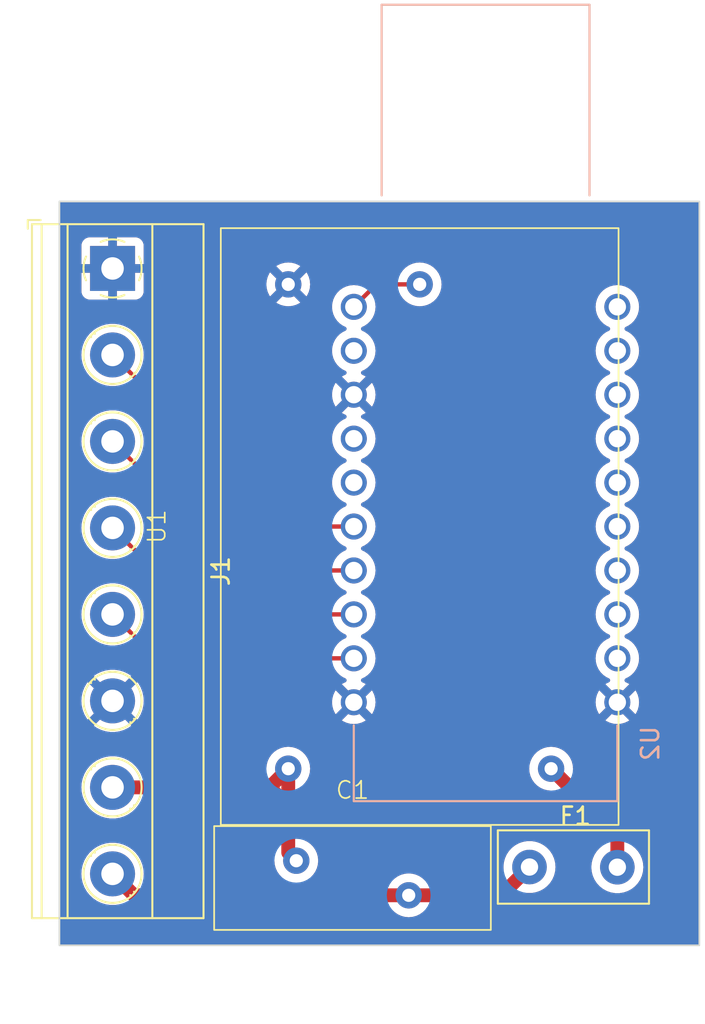
<source format=kicad_pcb>
(kicad_pcb (version 20221018) (generator pcbnew)

  (general
    (thickness 1.6)
  )

  (paper "A4")
  (layers
    (0 "F.Cu" signal)
    (31 "B.Cu" signal)
    (32 "B.Adhes" user "B.Adhesive")
    (33 "F.Adhes" user "F.Adhesive")
    (34 "B.Paste" user)
    (35 "F.Paste" user)
    (36 "B.SilkS" user "B.Silkscreen")
    (37 "F.SilkS" user "F.Silkscreen")
    (38 "B.Mask" user)
    (39 "F.Mask" user)
    (40 "Dwgs.User" user "User.Drawings")
    (41 "Cmts.User" user "User.Comments")
    (42 "Eco1.User" user "User.Eco1")
    (43 "Eco2.User" user "User.Eco2")
    (44 "Edge.Cuts" user)
    (45 "Margin" user)
    (46 "B.CrtYd" user "B.Courtyard")
    (47 "F.CrtYd" user "F.Courtyard")
    (48 "B.Fab" user)
    (49 "F.Fab" user)
    (50 "User.1" user)
    (51 "User.2" user)
    (52 "User.3" user)
    (53 "User.4" user)
    (54 "User.5" user)
    (55 "User.6" user)
    (56 "User.7" user)
    (57 "User.8" user)
    (58 "User.9" user)
  )

  (setup
    (stackup
      (layer "F.SilkS" (type "Top Silk Screen"))
      (layer "F.Paste" (type "Top Solder Paste"))
      (layer "F.Mask" (type "Top Solder Mask") (thickness 0.01))
      (layer "F.Cu" (type "copper") (thickness 0.035))
      (layer "dielectric 1" (type "core") (thickness 1.51) (material "FR4") (epsilon_r 4.5) (loss_tangent 0.02))
      (layer "B.Cu" (type "copper") (thickness 0.035))
      (layer "B.Mask" (type "Bottom Solder Mask") (thickness 0.01))
      (layer "B.Paste" (type "Bottom Solder Paste"))
      (layer "B.SilkS" (type "Bottom Silk Screen"))
      (copper_finish "None")
      (dielectric_constraints no)
    )
    (pad_to_mask_clearance 0)
    (pcbplotparams
      (layerselection 0x00010fc_ffffffff)
      (plot_on_all_layers_selection 0x0000000_00000000)
      (disableapertmacros false)
      (usegerberextensions false)
      (usegerberattributes true)
      (usegerberadvancedattributes true)
      (creategerberjobfile true)
      (dashed_line_dash_ratio 12.000000)
      (dashed_line_gap_ratio 3.000000)
      (svgprecision 4)
      (plotframeref false)
      (viasonmask false)
      (mode 1)
      (useauxorigin false)
      (hpglpennumber 1)
      (hpglpenspeed 20)
      (hpglpendiameter 15.000000)
      (dxfpolygonmode true)
      (dxfimperialunits true)
      (dxfusepcbnewfont true)
      (psnegative false)
      (psa4output false)
      (plotreference true)
      (plotvalue true)
      (plotinvisibletext false)
      (sketchpadsonfab false)
      (subtractmaskfromsilk false)
      (outputformat 1)
      (mirror false)
      (drillshape 0)
      (scaleselection 1)
      (outputdirectory "output/v1/")
    )
  )

  (net 0 "")
  (net 1 "/AC{slash}N")
  (net 2 "/AC{slash}L")
  (net 3 "GND")
  (net 4 "/SW_3")
  (net 5 "/SW_2")
  (net 6 "/SW_1")
  (net 7 "/SW_0")
  (net 8 "Net-(U1-+V)")
  (net 9 "unconnected-(U2-Pad0.09)")
  (net 10 "unconnected-(U2-Pad0.10)")
  (net 11 "unconnected-(U2-Pad0.13)")
  (net 12 "unconnected-(U2-Pad0.15)")
  (net 13 "unconnected-(U2-Pad0.17)")
  (net 14 "unconnected-(U2-Pad0.20)")
  (net 15 "unconnected-(U2-Pad0.22)")
  (net 16 "unconnected-(U2-Pad0.24)")
  (net 17 "unconnected-(U2-Pad0.29)")
  (net 18 "unconnected-(U2-Pad0.31)")
  (net 19 "unconnected-(U2-Pad1.00)")
  (net 20 "unconnected-(U2-PadOUT)")
  (net 21 "/AC{slash}LF")

  (footprint "jamie:MOV14D" (layer "F.Cu") (at 159.945 118.11))

  (footprint "jamie:HP01S0300WI" (layer "F.Cu") (at 163.83 97.79 90))

  (footprint "Fuse:Fuse_Littelfuse_395Series" (layer "F.Cu") (at 170.18 117.475))

  (footprint "TerminalBlock_Phoenix:TerminalBlock_Phoenix_MKDS-1,5-8_1x08_P5.00mm_Horizontal" (layer "F.Cu") (at 146.07 82.87 -90))

  (footprint "jamie:MODULE_NRF52840-DONGLE" (layer "B.Cu") (at 167.64 90.645 90))

  (gr_rect (start 143 79) (end 180 122)
    (stroke (width 0.1) (type default)) (fill none) (layer "Edge.Cuts") (tstamp a42a33a3-23a5-4b95-b0cc-f00925eee8e5))

  (segment (start 155.15 112.87) (end 156.23 113.95) (width 0.8) (layer "F.Cu") (net 1) (tstamp 63768eee-81b2-46f6-b55a-c8f0e822901e))
  (segment (start 155.15 112.87) (end 156.23 111.79) (width 0.8) (layer "F.Cu") (net 1) (tstamp 87874437-180e-4a0f-b28e-e7eff0ff5c85))
  (segment (start 156.23 116.645) (end 156.695 117.11) (width 0.5) (layer "F.Cu") (net 1) (tstamp 937c3853-a38d-497b-b378-d7fc0829e07e))
  (segment (start 156.23 114.935) (end 156.23 116.645) (width 0.8) (layer "F.Cu") (net 1) (tstamp b16593aa-9196-4fb1-b72a-e9158bebb687))
  (segment (start 156.23 111.79) (end 156.23 114.935) (width 0.8) (layer "F.Cu") (net 1) (tstamp c6d324e4-c200-414e-b004-1a3c76f4e28e))
  (segment (start 156.23 113.95) (end 156.23 114.935) (width 0.5) (layer "F.Cu") (net 1) (tstamp c94c6984-514d-4ae3-bb6f-96447991619c))
  (segment (start 146.07 112.87) (end 155.15 112.87) (width 0.8) (layer "F.Cu") (net 1) (tstamp f331f844-fabf-4bcc-ac61-930e2bb16e5c))
  (segment (start 146.07 117.87) (end 147.31 119.11) (width 0.8) (layer "F.Cu") (net 2) (tstamp a249bd14-dfef-435f-92f1-c3cd77d07a23))
  (segment (start 168.545 119.11) (end 170.18 117.475) (width 0.8) (layer "F.Cu") (net 2) (tstamp b7c06e67-2fea-4a96-a418-a3773b446efa))
  (segment (start 163.195 119.11) (end 168.545 119.11) (width 0.8) (layer "F.Cu") (net 2) (tstamp c65de537-1606-4a46-926c-82e09d5b823c))
  (segment (start 147.31 119.11) (end 163.195 119.11) (width 0.8) (layer "F.Cu") (net 2) (tstamp e4dec90e-e582-4b7a-9bb0-deed7458dade))
  (segment (start 146.15 107.95) (end 146.07 107.87) (width 0.25) (layer "F.Cu") (net 3) (tstamp dc8b304a-482f-42d4-8fcd-8708d9f66f0d))
  (segment (start 148.61 105.41) (end 146.07 102.87) (width 0.25) (layer "F.Cu") (net 4) (tstamp 09413a4b-cad2-4248-9c3c-03887e03aa13))
  (segment (start 160.02 105.41) (end 148.61 105.41) (width 0.25) (layer "F.Cu") (net 4) (tstamp 5bf64836-2f30-4320-b562-84f379fa2b4b))
  (segment (start 160.02 102.87) (end 151.07 102.87) (width 0.25) (layer "F.Cu") (net 5) (tstamp 459386f6-4be1-47f3-943d-fd4e313ee606))
  (segment (start 151.07 102.87) (end 146.07 97.87) (width 0.25) (layer "F.Cu") (net 5) (tstamp fee5fd8b-4bec-4516-8e44-76e66523ffde))
  (segment (start 160.02 100.33) (end 153.53 100.33) (width 0.25) (layer "F.Cu") (net 6) (tstamp 0c3287fd-64c8-4ab8-af87-bec582311f46))
  (segment (start 153.53 100.33) (end 146.07 92.87) (width 0.25) (layer "F.Cu") (net 6) (tstamp dd4e37a1-a8c2-4b04-a676-3e9a3c6addd4))
  (segment (start 155.99 97.79) (end 146.07 87.87) (width 0.25) (layer "F.Cu") (net 7) (tstamp 18cc0230-a549-48f1-837c-c9ef939ade40))
  (segment (start 160.02 97.79) (end 155.99 97.79) (width 0.25) (layer "F.Cu") (net 7) (tstamp 7346ea41-bc7a-41fe-aeec-526a59d30654))
  (segment (start 161.32 83.79) (end 160.02 85.09) (width 0.25) (layer "F.Cu") (net 8) (tstamp d5fa6245-8010-4943-bf33-a5dae0b3265c))
  (segment (start 163.83 83.79) (end 161.32 83.79) (width 0.25) (layer "F.Cu") (net 8) (tstamp debaecc9-bff9-4616-aa7f-559e10694df3))
  (segment (start 175.26 117.485) (end 175.26 115.62) (width 0.8) (layer "F.Cu") (net 21) (tstamp 4177504b-5924-4fdc-a848-e91cbb0a02ea))
  (segment (start 175.26 115.62) (end 171.43 111.79) (width 0.8) (layer "F.Cu") (net 21) (tstamp e3a0b952-5aab-4de6-9a2b-ddfda93d0ece))

  (zone (net 3) (net_name "GND") (layer "F.Cu") (tstamp 18c84188-496a-4bcd-a103-4d192e28e381) (hatch edge 0.5)
    (connect_pads (clearance 0.5))
    (min_thickness 0.25) (filled_areas_thickness no)
    (fill yes (thermal_gap 0.5) (thermal_bridge_width 0.5))
    (polygon
      (pts
        (xy 142.875 78.74)
        (xy 180.34 78.74)
        (xy 180.34 122.555)
        (xy 142.24 122.555)
      )
    )
    (filled_polygon
      (layer "F.Cu")
      (pts
        (xy 179.942539 79.020185)
        (xy 179.988294 79.072989)
        (xy 179.9995 79.1245)
        (xy 179.9995 121.8755)
        (xy 179.979815 121.942539)
        (xy 179.927011 121.988294)
        (xy 179.8755 121.9995)
        (xy 143.1245 121.9995)
        (xy 143.057461 121.979815)
        (xy 143.011706 121.927011)
        (xy 143.0005 121.8755)
        (xy 143.0005 117.870004)
        (xy 144.264451 117.870004)
        (xy 144.284616 118.139101)
        (xy 144.344115 118.399782)
        (xy 144.344666 118.402195)
        (xy 144.443257 118.653398)
        (xy 144.578185 118.887102)
        (xy 144.71408 119.057509)
        (xy 144.746442 119.098089)
        (xy 144.933183 119.271358)
        (xy 144.944259 119.281635)
        (xy 145.167226 119.433651)
        (xy 145.410359 119.550738)
        (xy 145.668228 119.63028)
        (xy 145.668229 119.63028)
        (xy 145.668232 119.630281)
        (xy 145.935063 119.670499)
        (xy 145.935068 119.670499)
        (xy 145.935071 119.6705)
        (xy 145.935072 119.6705)
        (xy 146.204928 119.6705)
        (xy 146.204929 119.6705)
        (xy 146.471772 119.63028)
        (xy 146.471786 119.630275)
        (xy 146.474155 119.629735)
        (xy 146.475029 119.629788)
        (xy 146.47636 119.629588)
        (xy 146.476402 119.629872)
        (xy 146.543895 119.634001)
        (xy 146.589442 119.662941)
        (xy 146.613138 119.686638)
        (xy 146.61624 119.68974)
        (xy 146.628873 119.704532)
        (xy 146.63711 119.715869)
        (xy 146.637115 119.715875)
        (xy 146.687504 119.761244)
        (xy 146.692197 119.765697)
        (xy 146.70662 119.78012)
        (xy 146.722456 119.792943)
        (xy 146.727375 119.797145)
        (xy 146.752708 119.819954)
        (xy 146.777784 119.842533)
        (xy 146.78992 119.84954)
        (xy 146.805952 119.860557)
        (xy 146.816851 119.869383)
        (xy 146.877287 119.900176)
        (xy 146.882975 119.903265)
        (xy 146.941707 119.937174)
        (xy 146.941712 119.937177)
        (xy 146.941713 119.937177)
        (xy 146.941716 119.937179)
        (xy 146.95505 119.941511)
        (xy 146.973022 119.948956)
        (xy 146.985512 119.95532)
        (xy 146.985514 119.95532)
        (xy 146.985515 119.955321)
        (xy 147.007956 119.961333)
        (xy 147.051028 119.972874)
        (xy 147.057227 119.97471)
        (xy 147.121744 119.995674)
        (xy 147.135688 119.997139)
        (xy 147.154814 120.000685)
        (xy 147.164441 120.003264)
        (xy 147.168355 120.004313)
        (xy 147.236098 120.007862)
        (xy 147.242552 120.008371)
        (xy 147.251379 120.009298)
        (xy 147.262808 120.0105)
        (xy 147.283175 120.0105)
        (xy 147.289664 120.01067)
        (xy 147.357388 120.014219)
        (xy 147.371228 120.012027)
        (xy 147.390627 120.0105)
        (xy 162.258692 120.0105)
        (xy 162.325731 120.030185)
        (xy 162.346373 120.046819)
        (xy 162.380378 120.080824)
        (xy 162.380384 120.080829)
        (xy 162.561333 120.207531)
        (xy 162.561335 120.207532)
        (xy 162.561338 120.207534)
        (xy 162.76155 120.300894)
        (xy 162.974932 120.35807)
        (xy 163.132123 120.371822)
        (xy 163.194998 120.377323)
        (xy 163.195 120.377323)
        (xy 163.195002 120.377323)
        (xy 163.250017 120.372509)
        (xy 163.415068 120.35807)
        (xy 163.62845 120.300894)
        (xy 163.828662 120.207534)
        (xy 164.00962 120.080826)
        (xy 164.043627 120.046819)
        (xy 164.10495 120.013334)
        (xy 164.131308 120.0105)
        (xy 168.464373 120.0105)
        (xy 168.483772 120.012027)
        (xy 168.497612 120.014219)
        (xy 168.565337 120.01067)
        (xy 168.571826 120.0105)
        (xy 168.592191 120.0105)
        (xy 168.592192 120.0105)
        (xy 168.603393 120.009322)
        (xy 168.612448 120.008371)
        (xy 168.618906 120.007862)
        (xy 168.686646 120.004313)
        (xy 168.700187 120.000683)
        (xy 168.719313 119.997138)
        (xy 168.733256 119.995674)
        (xy 168.797786 119.974706)
        (xy 168.803951 119.97288)
        (xy 168.869488 119.95532)
        (xy 168.881976 119.948956)
        (xy 168.89995 119.94151)
        (xy 168.913284 119.937179)
        (xy 168.972051 119.903248)
        (xy 168.977693 119.900185)
        (xy 169.038149 119.869383)
        (xy 169.049031 119.860569)
        (xy 169.065083 119.849537)
        (xy 169.077216 119.842533)
        (xy 169.127654 119.797117)
        (xy 169.13254 119.792945)
        (xy 169.14838 119.780119)
        (xy 169.162801 119.765696)
        (xy 169.167472 119.761264)
        (xy 169.217888 119.715871)
        (xy 169.22613 119.704525)
        (xy 169.23876 119.689737)
        (xy 169.922548 119.005949)
        (xy 169.983869 118.972466)
        (xy 170.030634 118.971323)
        (xy 170.055665 118.9755)
        (xy 170.055668 118.9755)
        (xy 170.304335 118.9755)
        (xy 170.549614 118.934571)
        (xy 170.78481 118.853828)
        (xy 171.003509 118.735474)
        (xy 171.199744 118.582738)
        (xy 171.368164 118.399785)
        (xy 171.504173 118.191607)
        (xy 171.604063 117.963881)
        (xy 171.665108 117.722821)
        (xy 171.667879 117.689379)
        (xy 171.685643 117.475005)
        (xy 171.685643 117.474994)
        (xy 171.665109 117.227187)
        (xy 171.665107 117.227175)
        (xy 171.604063 116.986118)
        (xy 171.504173 116.758393)
        (xy 171.368166 116.550217)
        (xy 171.28361 116.458365)
        (xy 171.199744 116.367262)
        (xy 171.003509 116.214526)
        (xy 171.003507 116.214525)
        (xy 171.003506 116.214524)
        (xy 170.784811 116.096172)
        (xy 170.784802 116.096169)
        (xy 170.549616 116.015429)
        (xy 170.304335 115.9745)
        (xy 170.055665 115.9745)
        (xy 169.810383 116.015429)
        (xy 169.575197 116.096169)
        (xy 169.575188 116.096172)
        (xy 169.356493 116.214524)
        (xy 169.160257 116.367261)
        (xy 168.991833 116.550217)
        (xy 168.855826 116.758393)
        (xy 168.755936 116.986118)
        (xy 168.694892 117.227175)
        (xy 168.69489 117.227187)
        (xy 168.674357 117.474994)
        (xy 168.674357 117.475005)
        (xy 168.687374 117.632099)
        (xy 168.673293 117.700535)
        (xy 168.651479 117.73002)
        (xy 168.20832 118.173181)
        (xy 168.146997 118.206666)
        (xy 168.120639 118.2095)
        (xy 164.131308 118.2095)
        (xy 164.064269 118.189815)
        (xy 164.043627 118.173181)
        (xy 164.009621 118.139175)
        (xy 164.009615 118.13917)
        (xy 163.828666 118.012468)
        (xy 163.828662 118.012466)
        (xy 163.797251 117.997819)
        (xy 163.62845 117.919106)
        (xy 163.628447 117.919105)
        (xy 163.628445 117.919104)
        (xy 163.41507 117.86193)
        (xy 163.415062 117.861929)
        (xy 163.195002 117.842677)
        (xy 163.194998 117.842677)
        (xy 162.974937 117.861929)
        (xy 162.974929 117.86193)
        (xy 162.761554 117.919104)
        (xy 162.761548 117.919107)
        (xy 162.56134 118.012465)
        (xy 162.561338 118.012466)
        (xy 162.380378 118.139174)
        (xy 162.346374 118.17318)
        (xy 162.285052 118.206666)
        (xy 162.258692 118.2095)
        (xy 157.680308 118.2095)
        (xy 157.613269 118.189815)
        (xy 157.567514 118.137011)
        (xy 157.55757 118.067853)
        (xy 157.586595 118.004297)
        (xy 157.592627 117.997819)
        (xy 157.626565 117.963881)
        (xy 157.665826 117.92462)
        (xy 157.792534 117.743662)
        (xy 157.885894 117.54345)
        (xy 157.94307 117.330068)
        (xy 157.962323 117.11)
        (xy 157.94307 116.889932)
        (xy 157.885894 116.67655)
        (xy 157.792534 116.476339)
        (xy 157.716157 116.367261)
        (xy 157.665827 116.295381)
        (xy 157.594276 116.22383)
        (xy 157.50962 116.139174)
        (xy 157.509616 116.139171)
        (xy 157.509615 116.13917)
        (xy 157.328663 116.012466)
        (xy 157.328661 116.012465)
        (xy 157.202095 115.953446)
        (xy 157.149656 115.907273)
        (xy 157.1305 115.841064)
        (xy 157.1305 114.030626)
        (xy 157.132027 114.011225)
        (xy 157.134219 113.997388)
        (xy 157.13067 113.929663)
        (xy 157.1305 113.923174)
        (xy 157.1305 112.726308)
        (xy 157.150185 112.659269)
        (xy 157.166819 112.638627)
        (xy 157.200826 112.60462)
        (xy 157.327534 112.423662)
        (xy 157.420894 112.22345)
        (xy 157.47807 112.010068)
        (xy 157.497323 111.790002)
        (xy 170.162677 111.790002)
        (xy 170.181929 112.010062)
        (xy 170.18193 112.01007)
        (xy 170.239104 112.223445)
        (xy 170.239105 112.223447)
        (xy 170.239106 112.22345)
        (xy 170.292433 112.337811)
        (xy 170.332466 112.423662)
        (xy 170.332468 112.423666)
        (xy 170.45917 112.604615)
        (xy 170.459175 112.604621)
        (xy 170.615378 112.760824)
        (xy 170.615384 112.760829)
        (xy 170.796333 112.887531)
        (xy 170.796335 112.887532)
        (xy 170.796338 112.887534)
        (xy 170.99655 112.980894)
        (xy 171.209932 113.03807)
        (xy 171.37827 113.052796)
        (xy 171.443338 113.078248)
        (xy 171.455144 113.088643)
        (xy 174.323181 115.95668)
        (xy 174.356666 116.018003)
        (xy 174.3595 116.044361)
        (xy 174.3595 116.22383)
        (xy 174.339815 116.290869)
        (xy 174.311663 116.321683)
        (xy 174.240258 116.37726)
        (xy 174.071833 116.560217)
        (xy 173.935826 116.768393)
        (xy 173.835936 116.996118)
        (xy 173.774892 117.237175)
        (xy 173.77489 117.237187)
        (xy 173.754357 117.484994)
        (xy 173.754357 117.485005)
        (xy 173.77489 117.732812)
        (xy 173.774892 117.732824)
        (xy 173.835936 117.973881)
        (xy 173.935826 118.201606)
        (xy 174.071833 118.409782)
        (xy 174.071836 118.409785)
        (xy 174.240256 118.592738)
        (xy 174.436491 118.745474)
        (xy 174.436493 118.745475)
        (xy 174.636711 118.853828)
        (xy 174.65519 118.863828)
        (xy 174.890386 118.944571)
        (xy 175.135665 118.9855)
        (xy 175.384335 118.9855)
        (xy 175.629614 118.944571)
        (xy 175.86481 118.863828)
        (xy 176.083509 118.745474)
        (xy 176.279744 118.592738)
        (xy 176.448164 118.409785)
        (xy 176.584173 118.201607)
        (xy 176.684063 117.973881)
        (xy 176.745108 117.732821)
        (xy 176.74534 117.73002)
        (xy 176.765643 117.485005)
        (xy 176.765643 117.484994)
        (xy 176.745109 117.237187)
        (xy 176.745107 117.237175)
        (xy 176.684063 116.996118)
        (xy 176.584173 116.768393)
        (xy 176.448166 116.560217)
        (xy 176.42786 116.538159)
        (xy 176.279744 116.377262)
        (xy 176.208337 116.321683)
        (xy 176.167524 116.264972)
        (xy 176.1605 116.22383)
        (xy 176.1605 115.700626)
        (xy 176.162027 115.681225)
        (xy 176.164219 115.667388)
        (xy 176.16067 115.599663)
        (xy 176.1605 115.593174)
        (xy 176.1605 115.572809)
        (xy 176.160499 115.5728)
        (xy 176.158371 115.552552)
        (xy 176.157862 115.546098)
        (xy 176.154313 115.478355)
        (xy 176.150685 115.464814)
        (xy 176.147139 115.445688)
        (xy 176.145674 115.431744)
        (xy 176.12471 115.367227)
        (xy 176.122871 115.361015)
        (xy 176.105321 115.295515)
        (xy 176.10532 115.295514)
        (xy 176.10532 115.295512)
        (xy 176.098956 115.283022)
        (xy 176.091511 115.26505)
        (xy 176.087179 115.251716)
        (xy 176.087174 115.251707)
        (xy 176.053265 115.192975)
        (xy 176.050178 115.187292)
        (xy 176.019383 115.126851)
        (xy 176.019382 115.126849)
        (xy 176.01056 115.115955)
        (xy 175.999538 115.099918)
        (xy 175.992532 115.087783)
        (xy 175.992531 115.087781)
        (xy 175.947146 115.037376)
        (xy 175.942931 115.032441)
        (xy 175.930119 115.01662)
        (xy 175.915706 115.002207)
        (xy 175.911254 114.997515)
        (xy 175.865872 114.947113)
        (xy 175.865871 114.947112)
        (xy 175.854525 114.938869)
        (xy 175.839734 114.926235)
        (xy 172.728643 111.815144)
        (xy 172.695158 111.753821)
        (xy 172.692797 111.738278)
        (xy 172.67807 111.569932)
        (xy 172.620894 111.35655)
        (xy 172.527534 111.156339)
        (xy 172.400826 110.97538)
        (xy 172.24462 110.819174)
        (xy 172.244616 110.819171)
        (xy 172.244615 110.81917)
        (xy 172.063666 110.692468)
        (xy 172.063662 110.692466)
        (xy 172.06366 110.692465)
        (xy 171.86345 110.599106)
        (xy 171.863447 110.599105)
        (xy 171.863445 110.599104)
        (xy 171.65007 110.54193)
        (xy 171.650062 110.541929)
        (xy 171.430002 110.522677)
        (xy 171.429998 110.522677)
        (xy 171.209937 110.541929)
        (xy 171.209929 110.54193)
        (xy 170.996554 110.599104)
        (xy 170.996548 110.599107)
        (xy 170.79634 110.692465)
        (xy 170.796338 110.692466)
        (xy 170.615377 110.819175)
        (xy 170.459175 110.975377)
        (xy 170.332466 111.156338)
        (xy 170.332465 111.15634)
        (xy 170.239107 111.356548)
        (xy 170.239104 111.356554)
        (xy 170.18193 111.569929)
        (xy 170.181929 111.569937)
        (xy 170.162677 111.789997)
        (xy 170.162677 111.790002)
        (xy 157.497323 111.790002)
        (xy 157.497323 111.79)
        (xy 157.492797 111.738271)
        (xy 157.490103 111.707474)
        (xy 157.47807 111.569932)
        (xy 157.420894 111.35655)
        (xy 157.327534 111.156339)
        (xy 157.200826 110.97538)
        (xy 157.04462 110.819174)
        (xy 157.044616 110.819171)
        (xy 157.044615 110.81917)
        (xy 156.863666 110.692468)
        (xy 156.863662 110.692466)
        (xy 156.86366 110.692465)
        (xy 156.66345 110.599106)
        (xy 156.663447 110.599105)
        (xy 156.663445 110.599104)
        (xy 156.45007 110.54193)
        (xy 156.450062 110.541929)
        (xy 156.230002 110.522677)
        (xy 156.229998 110.522677)
        (xy 156.009937 110.541929)
        (xy 156.009929 110.54193)
        (xy 155.796554 110.599104)
        (xy 155.796548 110.599107)
        (xy 155.59634 110.692465)
        (xy 155.596338 110.692466)
        (xy 155.415377 110.819175)
        (xy 155.259175 110.975377)
        (xy 155.132466 111.156338)
        (xy 155.132465 111.15634)
        (xy 155.039107 111.356548)
        (xy 155.039104 111.356554)
        (xy 154.98193 111.569929)
        (xy 154.981929 111.569936)
        (xy 154.967202 111.738271)
        (xy 154.941749 111.803339)
        (xy 154.931356 111.815143)
        (xy 154.813321 111.93318)
        (xy 154.751998 111.966666)
        (xy 154.725639 111.9695)
        (xy 147.700726 111.9695)
        (xy 147.633687 111.949815)
        (xy 147.593339 111.9075)
        (xy 147.561815 111.852898)
        (xy 147.393561 111.641915)
        (xy 147.39356 111.641914)
        (xy 147.393557 111.64191)
        (xy 147.195741 111.458365)
        (xy 146.972775 111.306349)
        (xy 146.972769 111.306346)
        (xy 146.972768 111.306345)
        (xy 146.972767 111.306344)
        (xy 146.729643 111.189263)
        (xy 146.729645 111.189263)
        (xy 146.471773 111.10972)
        (xy 146.471767 111.109718)
        (xy 146.204936 111.0695)
        (xy 146.204929 111.0695)
        (xy 145.935071 111.0695)
        (xy 145.935063 111.0695)
        (xy 145.668232 111.109718)
        (xy 145.668226 111.10972)
        (xy 145.410358 111.189262)
        (xy 145.16723 111.306346)
        (xy 144.944258 111.458365)
        (xy 144.746442 111.64191)
        (xy 144.578185 111.852898)
        (xy 144.443258 112.086599)
        (xy 144.443256 112.086603)
        (xy 144.344666 112.337804)
        (xy 144.344664 112.337811)
        (xy 144.284616 112.600898)
        (xy 144.264451 112.869995)
        (xy 144.264451 112.870004)
        (xy 144.284616 113.139101)
        (xy 144.344664 113.402188)
        (xy 144.344666 113.402195)
        (xy 144.443257 113.653398)
        (xy 144.578185 113.887102)
        (xy 144.666135 113.997387)
        (xy 144.746442 114.098089)
        (xy 144.933183 114.271358)
        (xy 144.944259 114.281635)
        (xy 145.167226 114.433651)
        (xy 145.410359 114.550738)
        (xy 145.668228 114.63028)
        (xy 145.668229 114.63028)
        (xy 145.668232 114.630281)
        (xy 145.935063 114.670499)
        (xy 145.935068 114.670499)
        (xy 145.935071 114.6705)
        (xy 145.935072 114.6705)
        (xy 146.204928 114.6705)
        (xy 146.204929 114.6705)
        (xy 146.204936 114.670499)
        (xy 146.471767 114.630281)
        (xy 146.471768 114.63028)
        (xy 146.471772 114.63028)
        (xy 146.729641 114.550738)
        (xy 146.972775 114.433651)
        (xy 147.195741 114.281635)
        (xy 147.393561 114.098085)
        (xy 147.561815 113.887102)
        (xy 147.593339 113.832499)
        (xy 147.643906 113.784285)
        (xy 147.700726 113.7705)
        (xy 154.725639 113.7705)
        (xy 154.792678 113.790185)
        (xy 154.81332 113.806819)
        (xy 155.293181 114.28668)
        (xy 155.326666 114.348003)
        (xy 155.3295 114.374361)
        (xy 155.3295 114.887808)
        (xy 155.3295 116.692192)
        (xy 155.344326 116.833256)
        (xy 155.344327 116.833259)
        (xy 155.402818 117.013277)
        (xy 155.402821 117.013284)
        (xy 155.412205 117.029537)
        (xy 155.428678 117.097437)
        (xy 155.428347 117.102338)
        (xy 155.427677 117.11)
        (xy 155.427677 117.110002)
        (xy 155.446929 117.330062)
        (xy 155.44693 117.33007)
        (xy 155.504104 117.543445)
        (xy 155.504105 117.543447)
        (xy 155.504106 117.54345)
        (xy 155.545444 117.632099)
        (xy 155.597466 117.743662)
        (xy 155.597468 117.743666)
        (xy 155.72417 117.924615)
        (xy 155.724175 117.924621)
        (xy 155.797373 117.997819)
        (xy 155.830858 118.059142)
        (xy 155.825874 118.128834)
        (xy 155.784002 118.184767)
        (xy 155.718538 118.209184)
        (xy 155.709692 118.2095)
        (xy 147.983748 118.2095)
        (xy 147.916709 118.189815)
        (xy 147.870954 118.137011)
        (xy 147.860095 118.076234)
        (xy 147.875549 117.870004)
        (xy 147.875549 117.869995)
        (xy 147.855383 117.600898)
        (xy 147.795335 117.337811)
        (xy 147.795334 117.337805)
        (xy 147.696743 117.086602)
        (xy 147.561815 116.852898)
        (xy 147.393561 116.641915)
        (xy 147.39356 116.641914)
        (xy 147.393557 116.64191)
        (xy 147.195741 116.458365)
        (xy 146.972775 116.306349)
        (xy 146.972769 116.306346)
        (xy 146.972768 116.306345)
        (xy 146.972767 116.306344)
        (xy 146.729643 116.189263)
        (xy 146.729645 116.189263)
        (xy 146.471773 116.10972)
        (xy 146.471767 116.109718)
        (xy 146.204936 116.0695)
        (xy 146.204929 116.0695)
        (xy 145.935071 116.0695)
        (xy 145.935063 116.0695)
        (xy 145.668232 116.109718)
        (xy 145.668226 116.10972)
        (xy 145.410358 116.189262)
        (xy 145.16723 116.306346)
        (xy 144.944258 116.458365)
        (xy 144.746442 116.64191)
        (xy 144.578185 116.852898)
        (xy 144.443258 117.086599)
        (xy 144.443256 117.086603)
        (xy 144.344666 117.337804)
        (xy 144.344664 117.337811)
        (xy 144.284616 117.600898)
        (xy 144.264451 117.869995)
        (xy 144.264451 117.870004)
        (xy 143.0005 117.870004)
        (xy 143.0005 107.870004)
        (xy 144.264953 107.870004)
        (xy 144.285113 108.139026)
        (xy 144.285113 108.139028)
        (xy 144.345142 108.402033)
        (xy 144.345148 108.402052)
        (xy 144.443709 108.653181)
        (xy 144.443708 108.653181)
        (xy 144.578602 108.886822)
        (xy 144.632294 108.954151)
        (xy 144.632295 108.954151)
        (xy 145.467452 108.118993)
        (xy 145.477188 108.148956)
        (xy 145.565186 108.287619)
        (xy 145.684903 108.40004)
        (xy 145.81951 108.474041)
        (xy 144.984848 109.308702)
        (xy 145.167483 109.43322)
        (xy 145.167485 109.433221)
        (xy 145.410539 109.550269)
        (xy 145.410537 109.550269)
        (xy 145.668337 109.62979)
        (xy 145.668343 109.629792)
        (xy 145.935101 109.669999)
        (xy 145.93511 109.67)
        (xy 146.20489 109.67)
        (xy 146.204898 109.669999)
        (xy 146.471656 109.629792)
        (xy 146.471662 109.62979)
        (xy 146.729461 109.550269)
        (xy 146.972521 109.433218)
        (xy 147.15515 109.308702)
        (xy 146.317534 108.471086)
        (xy 146.385629 108.444126)
        (xy 146.518492 108.347595)
        (xy 146.623175 108.221055)
        (xy 146.671631 108.118079)
        (xy 147.507703 108.954151)
        (xy 147.507704 108.95415)
        (xy 147.561393 108.886828)
        (xy 147.5614 108.886817)
        (xy 147.69629 108.653181)
        (xy 147.794851 108.402052)
        (xy 147.794857 108.402033)
        (xy 147.854886 108.139028)
        (xy 147.854886 108.139026)
        (xy 147.875047 107.870004)
        (xy 147.875047 107.869995)
        (xy 147.854886 107.600973)
        (xy 147.854886 107.600971)
        (xy 147.794857 107.337966)
        (xy 147.794851 107.337947)
        (xy 147.69629 107.086818)
        (xy 147.696291 107.086818)
        (xy 147.561397 106.853177)
        (xy 147.507704 106.785847)
        (xy 146.672546 107.621004)
        (xy 146.662812 107.591044)
        (xy 146.574814 107.452381)
        (xy 146.455097 107.33996)
        (xy 146.320489 107.265958)
        (xy 147.15515 106.431296)
        (xy 146.972517 106.306779)
        (xy 146.972516 106.306778)
        (xy 146.72946 106.18973)
        (xy 146.729462 106.18973)
        (xy 146.471662 106.110209)
        (xy 146.471656 106.110207)
        (xy 146.204898 106.07)
        (xy 145.935101 106.07)
        (xy 145.668343 106.110207)
        (xy 145.668337 106.110209)
        (xy 145.410538 106.18973)
        (xy 145.167485 106.306778)
        (xy 145.167476 106.306783)
        (xy 144.984848 106.431296)
        (xy 145.822465 107.268913)
        (xy 145.754371 107.295874)
        (xy 145.621508 107.392405)
        (xy 145.516825 107.518945)
        (xy 145.468368 107.621921)
        (xy 144.632295 106.785848)
        (xy 144.5786 106.85318)
        (xy 144.443709 107.086818)
        (xy 144.345148 107.337947)
        (xy 144.345142 107.337966)
        (xy 144.285113 107.600971)
        (xy 144.285113 107.600973)
        (xy 144.264953 107.869995)
        (xy 144.264953 107.870004)
        (xy 143.0005 107.870004)
        (xy 143.0005 102.870004)
        (xy 144.264451 102.870004)
        (xy 144.284616 103.139101)
        (xy 144.344664 103.402188)
        (xy 144.344666 103.402195)
        (xy 144.402742 103.55017)
        (xy 144.443257 103.653398)
        (xy 144.578185 103.887102)
        (xy 144.71408 104.057509)
        (xy 144.746442 104.098089)
        (xy 144.885002 104.226653)
        (xy 144.944259 104.281635)
        (xy 145.167226 104.433651)
        (xy 145.410359 104.550738)
        (xy 145.668228 104.63028)
        (xy 145.668229 104.63028)
        (xy 145.668232 104.630281)
        (xy 145.935063 104.670499)
        (xy 145.935068 104.670499)
        (xy 145.935071 104.6705)
        (xy 145.935072 104.6705)
        (xy 146.204928 104.6705)
        (xy 146.204929 104.6705)
        (xy 146.204936 104.670499)
        (xy 146.471767 104.630281)
        (xy 146.471768 104.63028)
        (xy 146.471772 104.63028)
        (xy 146.729641 104.550738)
        (xy 146.742503 104.544543)
        (xy 146.811442 104.533188)
        (xy 146.875578 104.560907)
        (xy 146.88399 104.56858)
        (xy 148.109197 105.793788)
        (xy 148.119022 105.806051)
        (xy 148.119243 105.805869)
        (xy 148.124211 105.811874)
        (xy 148.173222 105.857899)
        (xy 148.176021 105.860612)
        (xy 148.195522 105.880114)
        (xy 148.195526 105.880117)
        (xy 148.195529 105.88012)
        (xy 148.198702 105.882581)
        (xy 148.207574 105.890159)
        (xy 148.239418 105.920062)
        (xy 148.256976 105.929714)
        (xy 148.273235 105.940395)
        (xy 148.289064 105.952673)
        (xy 148.329155 105.970021)
        (xy 148.339626 105.975151)
        (xy 148.36218 105.98755)
        (xy 148.377902 105.996194)
        (xy 148.377904 105.996195)
        (xy 148.377908 105.996197)
        (xy 148.397316 106.00118)
        (xy 148.415719 106.007481)
        (xy 148.434101 106.015436)
        (xy 148.434102 106.015436)
        (xy 148.434104 106.015437)
        (xy 148.47725 106.02227)
        (xy 148.488672 106.024636)
        (xy 148.530981 106.0355)
        (xy 148.551016 106.0355)
        (xy 148.570414 106.037026)
        (xy 148.590194 106.040159)
        (xy 148.590195 106.04016)
        (xy 148.590195 106.040159)
        (xy 148.590196 106.04016)
        (xy 148.633675 106.03605)
        (xy 148.645344 106.0355)
        (xy 158.861968 106.0355)
        (xy 158.929007 106.055185)
        (xy 158.963543 106.088377)
        (xy 159.055322 106.219452)
        (xy 159.055327 106.219458)
        (xy 159.210541 106.374672)
        (xy 159.210547 106.374677)
        (xy 159.390349 106.500576)
        (xy 159.390351 106.500577)
        (xy 159.390354 106.500579)
        (xy 159.493513 106.548682)
        (xy 159.53471 106.567893)
        (xy 159.58715 106.614065)
        (xy 159.606302 106.681258)
        (xy 159.586086 106.74814)
        (xy 159.534712 106.792657)
        (xy 159.390603 106.859857)
        (xy 159.327556 106.904003)
        (xy 159.327555 106.904003)
        (xy 159.887466 107.463913)
        (xy 159.877685 107.46532)
        (xy 159.7469 107.525048)
        (xy 159.638239 107.619202)
        (xy 159.560507 107.740156)
        (xy 159.536923 107.820475)
        (xy 158.974003 107.257555)
        (xy 158.974003 107.257556)
        (xy 158.929856 107.320604)
        (xy 158.929855 107.320606)
        (xy 158.837124 107.519466)
        (xy 158.837121 107.519475)
        (xy 158.780335 107.731407)
        (xy 158.780333 107.731417)
        (xy 158.76121 107.949999)
        (xy 158.76121 107.95)
        (xy 158.780333 108.168582)
        (xy 158.780335 108.168592)
        (xy 158.837121 108.380524)
        (xy 158.837125 108.380533)
        (xy 158.929854 108.579392)
        (xy 158.974003 108.642443)
        (xy 159.536923 108.079523)
        (xy 159.560507 108.159844)
        (xy 159.638239 108.280798)
        (xy 159.7469 108.374952)
        (xy 159.877685 108.43468)
        (xy 159.887466 108.436086)
        (xy 159.327555 108.995996)
        (xy 159.390601 109.040142)
        (xy 159.390605 109.040144)
        (xy 159.589466 109.132874)
        (xy 159.589475 109.132878)
        (xy 159.801407 109.189664)
        (xy 159.801417 109.189666)
        (xy 160.019999 109.20879)
        (xy 160.020001 109.20879)
        (xy 160.238582 109.189666)
        (xy 160.238592 109.189664)
        (xy 160.450524 109.132878)
        (xy 160.450533 109.132874)
        (xy 160.649392 109.040145)
        (xy 160.712443 108.995995)
        (xy 160.152534 108.436086)
        (xy 160.162315 108.43468)
        (xy 160.2931 108.374952)
        (xy 160.401761 108.280798)
        (xy 160.479493 108.159844)
        (xy 160.503076 108.079523)
        (xy 161.065995 108.642442)
        (xy 161.110145 108.579392)
        (xy 161.202874 108.380533)
        (xy 161.202878 108.380524)
        (xy 161.259664 108.168592)
        (xy 161.259666 108.168582)
        (xy 161.27879 107.95)
        (xy 161.27879 107.949999)
        (xy 161.259666 107.731417)
        (xy 161.259664 107.731407)
        (xy 161.202878 107.519475)
        (xy 161.202874 107.519466)
        (xy 161.110144 107.320605)
        (xy 161.110142 107.320601)
        (xy 161.065996 107.257555)
        (xy 160.503076 107.820475)
        (xy 160.479493 107.740156)
        (xy 160.401761 107.619202)
        (xy 160.2931 107.525048)
        (xy 160.162315 107.46532)
        (xy 160.152533 107.463913)
        (xy 160.712443 106.904003)
        (xy 160.649392 106.859854)
        (xy 160.505288 106.792657)
        (xy 160.452849 106.746484)
        (xy 160.433697 106.679291)
        (xy 160.453913 106.61241)
        (xy 160.505288 106.567893)
        (xy 160.649646 106.500579)
        (xy 160.829457 106.374674)
        (xy 160.984674 106.219457)
        (xy 161.110579 106.039646)
        (xy 161.203347 105.840703)
        (xy 161.260161 105.628674)
        (xy 161.279292 105.41)
        (xy 174.000708 105.41)
        (xy 174.019839 105.628674)
        (xy 174.076653 105.840703)
        (xy 174.076654 105.840706)
        (xy 174.076655 105.840708)
        (xy 174.169419 106.039642)
        (xy 174.169423 106.03965)
        (xy 174.295322 106.219452)
        (xy 174.295327 106.219458)
        (xy 174.450541 106.374672)
        (xy 174.450547 106.374677)
        (xy 174.630349 106.500576)
        (xy 174.630351 106.500577)
        (xy 174.630354 106.500579)
        (xy 174.733513 106.548682)
        (xy 174.77471 106.567893)
        (xy 174.82715 106.614065)
        (xy 174.846302 106.681258)
        (xy 174.826086 106.74814)
        (xy 174.774712 106.792657)
        (xy 174.630603 106.859857)
        (xy 174.567556 106.904003)
        (xy 174.567555 106.904003)
        (xy 175.127466 107.463913)
        (xy 175.117685 107.46532)
        (xy 174.9869 107.525048)
        (xy 174.878239 107.619202)
        (xy 174.800507 107.740156)
        (xy 174.776923 107.820475)
        (xy 174.214003 107.257555)
        (xy 174.214003 107.257556)
        (xy 174.169856 107.320604)
        (xy 174.169855 107.320606)
        (xy 174.077124 107.519466)
        (xy 174.077121 107.519475)
        (xy 174.020335 107.731407)
        (xy 174.020333 107.731417)
        (xy 174.00121 107.949999)
        (xy 174.00121 107.95)
        (xy 174.020333 108.168582)
        (xy 174.020335 108.168592)
        (xy 174.077121 108.380524)
        (xy 174.077125 108.380533)
        (xy 174.169854 108.579392)
        (xy 174.214003 108.642443)
        (xy 174.776923 108.079523)
        (xy 174.800507 108.159844)
        (xy 174.878239 108.280798)
        (xy 174.9869 108.374952)
        (xy 175.117685 108.43468)
        (xy 175.127466 108.436086)
        (xy 174.567555 108.995996)
        (xy 174.630601 109.040142)
        (xy 174.630605 109.040144)
        (xy 174.829466 109.132874)
        (xy 174.829475 109.132878)
        (xy 175.041407 109.189664)
        (xy 175.041417 109.189666)
        (xy 175.259999 109.20879)
        (xy 175.260001 109.20879)
        (xy 175.478582 109.189666)
        (xy 175.478592 109.189664)
        (xy 175.690524 109.132878)
        (xy 175.690533 109.132874)
        (xy 175.889392 109.040145)
        (xy 175.952443 108.995995)
        (xy 175.392534 108.436086)
        (xy 175.402315 108.43468)
        (xy 175.5331 108.374952)
        (xy 175.641761 108.280798)
        (xy 175.719493 108.159844)
        (xy 175.743076 108.079523)
        (xy 176.305995 108.642442)
        (xy 176.350145 108.579392)
        (xy 176.442874 108.380533)
        (xy 176.442878 108.380524)
        (xy 176.499664 108.168592)
        (xy 176.499666 108.168582)
        (xy 176.51879 107.95)
        (xy 176.51879 107.949999)
        (xy 176.499666 107.731417)
        (xy 176.499664 107.731407)
        (xy 176.442878 107.519475)
        (xy 176.442874 107.519466)
        (xy 176.350144 107.320605)
        (xy 176.350142 107.320601)
        (xy 176.305996 107.257555)
        (xy 175.743076 107.820475)
        (xy 175.719493 107.740156)
        (xy 175.641761 107.619202)
        (xy 175.5331 107.525048)
        (xy 175.402315 107.46532)
        (xy 175.392533 107.463913)
        (xy 175.952443 106.904003)
        (xy 175.889392 106.859854)
        (xy 175.745288 106.792657)
        (xy 175.692849 106.746484)
        (xy 175.673697 106.679291)
        (xy 175.693913 106.61241)
        (xy 175.745288 106.567893)
        (xy 175.889646 106.500579)
        (xy 176.069457 106.374674)
        (xy 176.224674 106.219457)
        (xy 176.350579 106.039646)
        (xy 176.443347 105.840703)
        (xy 176.500161 105.628674)
        (xy 176.519292 105.41)
        (xy 176.500161 105.191326)
        (xy 176.443347 104.979297)
        (xy 176.350579 104.780354)
        (xy 176.350577 104.780351)
        (xy 176.350576 104.780349)
        (xy 176.224677 104.600547)
        (xy 176.224672 104.600541)
        (xy 176.069458 104.445327)
        (xy 176.069452 104.445322)
        (xy 175.88965 104.319423)
        (xy 175.889642 104.319419)
        (xy 175.745879 104.252382)
        (xy 175.693439 104.20621)
        (xy 175.674287 104.139017)
        (xy 175.694502 104.072136)
        (xy 175.745879 104.027618)
        (xy 175.889646 103.960579)
        (xy 176.069457 103.834674)
        (xy 176.224674 103.679457)
        (xy 176.350579 103.499646)
        (xy 176.443347 103.300703)
        (xy 176.500161 103.088674)
        (xy 176.519292 102.87)
        (xy 176.500161 102.651326)
        (xy 176.443347 102.439297)
        (xy 176.350579 102.240354)
        (xy 176.350577 102.240351)
        (xy 176.350576 102.240349)
        (xy 176.224677 102.060547)
        (xy 176.224672 102.060541)
        (xy 176.069458 101.905327)
        (xy 176.069452 101.905322)
        (xy 175.88965 101.779423)
        (xy 175.889642 101.779419)
        (xy 175.745879 101.712382)
        (xy 175.693439 101.66621)
        (xy 175.674287 101.599017)
        (xy 175.694502 101.532136)
        (xy 175.745879 101.487618)
        (xy 175.889646 101.420579)
        (xy 176.069457 101.294674)
        (xy 176.224674 101.139457)
        (xy 176.350579 100.959646)
        (xy 176.443347 100.760703)
        (xy 176.500161 100.548674)
        (xy 176.519292 100.33)
        (xy 176.500161 100.111326)
        (xy 176.443347 99.899297)
        (xy 176.350579 99.700354)
        (xy 176.350577 99.700351)
        (xy 176.350576 99.700349)
        (xy 176.224677 99.520547)
        (xy 176.224672 99.520541)
        (xy 176.069458 99.365327)
        (xy 176.069452 99.365322)
        (xy 175.88965 99.239423)
        (xy 175.889642 99.239419)
        (xy 175.745879 99.172382)
        (xy 175.693439 99.12621)
        (xy 175.674287 99.059017)
        (xy 175.694502 98.992136)
        (xy 175.745879 98.947618)
        (xy 175.889646 98.880579)
        (xy 176.069457 98.754674)
        (xy 176.224674 98.599457)
        (xy 176.350579 98.419646)
        (xy 176.443347 98.220703)
        (xy 176.500161 98.008674)
        (xy 176.519292 97.79)
        (xy 176.500161 97.571326)
        (xy 176.443347 97.359297)
        (xy 176.350579 97.160354)
        (xy 176.350577 97.160351)
        (xy 176.350576 97.160349)
        (xy 176.224677 96.980547)
        (xy 176.224672 96.980541)
        (xy 176.069458 96.825327)
        (xy 176.069452 96.825322)
        (xy 175.88965 96.699423)
        (xy 175.889642 96.699419)
        (xy 175.745879 96.632382)
        (xy 175.693439 96.58621)
        (xy 175.674287 96.519017)
        (xy 175.694502 96.452136)
        (xy 175.745879 96.407618)
        (xy 175.889646 96.340579)
        (xy 176.069457 96.214674)
        (xy 176.224674 96.059457)
        (xy 176.350579 95.879646)
        (xy 176.443347 95.680703)
        (xy 176.500161 95.468674)
        (xy 176.519292 95.25)
        (xy 176.500161 95.031326)
        (xy 176.443347 94.819297)
        (xy 176.350579 94.620354)
        (xy 176.350577 94.620351)
        (xy 176.350576 94.620349)
        (xy 176.224677 94.440547)
        (xy 176.224672 94.440541)
        (xy 176.069458 94.285327)
        (xy 176.069452 94.285322)
        (xy 175.88965 94.159423)
        (xy 175.889642 94.159419)
        (xy 175.758118 94.098089)
        (xy 175.745878 94.092381)
        (xy 175.693439 94.04621)
        (xy 175.674287 93.979017)
        (xy 175.694502 93.912136)
        (xy 175.745879 93.867618)
        (xy 175.889646 93.800579)
        (xy 176.069457 93.674674)
        (xy 176.224674 93.519457)
        (xy 176.350579 93.339646)
        (xy 176.443347 93.140703)
        (xy 176.500161 92.928674)
        (xy 176.519292 92.71)
        (xy 176.500161 92.491326)
        (xy 176.443347 92.279297)
        (xy 176.350579 92.080354)
        (xy 176.350577 92.080351)
        (xy 176.350576 92.080349)
        (xy 176.224677 91.900547)
        (xy 176.224672 91.900541)
        (xy 176.069458 91.745327)
        (xy 176.069452 91.745322)
        (xy 175.88965 91.619423)
        (xy 175.889642 91.619419)
        (xy 175.745879 91.552382)
        (xy 175.693439 91.50621)
        (xy 175.674287 91.439017)
        (xy 175.694502 91.372136)
        (xy 175.745879 91.327618)
        (xy 175.746471 91.327342)
        (xy 175.889646 91.260579)
        (xy 176.069457 91.134674)
        (xy 176.224674 90.979457)
        (xy 176.350579 90.799646)
        (xy 176.443347 90.600703)
        (xy 176.500161 90.388674)
        (xy 176.519292 90.17)
        (xy 176.500161 89.951326)
        (xy 176.443347 89.739297)
        (xy 176.350579 89.540354)
        (xy 176.350577 89.540351)
        (xy 176.350576 89.540349)
        (xy 176.224677 89.360547)
        (xy 176.224672 89.360541)
        (xy 176.069458 89.205327)
        (xy 176.069452 89.205322)
        (xy 175.88965 89.079423)
        (xy 175.889642 89.079419)
        (xy 175.745879 89.012382)
        (xy 175.693439 88.96621)
        (xy 175.674287 88.899017)
        (xy 175.694502 88.832136)
        (xy 175.745879 88.787618)
        (xy 175.889646 88.720579)
        (xy 176.069457 88.594674)
        (xy 176.224674 88.439457)
        (xy 176.350579 88.259646)
        (xy 176.443347 88.060703)
        (xy 176.500161 87.848674)
        (xy 176.519292 87.63)
        (xy 176.500161 87.411326)
        (xy 176.443347 87.199297)
        (xy 176.350579 87.000354)
        (xy 176.350577 87.000351)
        (xy 176.350576 87.000349)
        (xy 176.224677 86.820547)
        (xy 176.224672 86.820541)
        (xy 176.069458 86.665327)
        (xy 176.069452 86.665322)
        (xy 175.88965 86.539423)
        (xy 175.889642 86.539419)
        (xy 175.745879 86.472382)
        (xy 175.693439 86.42621)
        (xy 175.674287 86.359017)
        (xy 175.694502 86.292136)
        (xy 175.745879 86.247618)
        (xy 175.889646 86.180579)
        (xy 176.069457 86.054674)
        (xy 176.224674 85.899457)
        (xy 176.350579 85.719646)
        (xy 176.443347 85.520703)
        (xy 176.500161 85.308674)
        (xy 176.519292 85.09)
        (xy 176.500161 84.871326)
        (xy 176.443347 84.659297)
        (xy 176.350579 84.460354)
        (xy 176.350577 84.460351)
        (xy 176.350576 84.460349)
        (xy 176.224677 84.280547)
        (xy 176.224672 84.280541)
        (xy 176.069458 84.125327)
        (xy 176.069452 84.125322)
        (xy 175.88965 83.999423)
        (xy 175.889642 83.999419)
        (xy 175.690708 83.906655)
        (xy 175.690706 83.906654)
        (xy 175.690703 83.906653)
        (xy 175.517487 83.860239)
        (xy 175.478675 83.849839)
        (xy 175.478668 83.849838)
        (xy 175.260002 83.830708)
        (xy 175.259998 83.830708)
        (xy 175.041331 83.849838)
        (xy 175.041324 83.849839)
        (xy 174.918902 83.882642)
        (xy 174.829297 83.906653)
        (xy 174.829295 83.906653)
        (xy 174.829291 83.906655)
        (xy 174.630357 83.999419)
        (xy 174.630349 83.999423)
        (xy 174.450547 84.125322)
        (xy 174.450541 84.125327)
        (xy 174.295327 84.280541)
        (xy 174.295322 84.280547)
        (xy 174.169423 84.460349)
        (xy 174.169419 84.460357)
        (xy 174.076655 84.659291)
        (xy 174.076653 84.659295)
        (xy 174.076653 84.659297)
        (xy 174.052642 84.748902)
        (xy 174.019839 84.871324)
        (xy 174.019838 84.871331)
        (xy 174.000708 85.089997)
        (xy 174.000708 85.09)
        (xy 174.019839 85.308674)
        (xy 174.076653 85.520703)
        (xy 174.076654 85.520706)
        (xy 174.076655 85.520708)
        (xy 174.169419 85.719642)
        (xy 174.169423 85.71965)
        (xy 174.295322 85.899452)
        (xy 174.295327 85.899458)
        (xy 174.450541 86.054672)
        (xy 174.450547 86.054677)
        (xy 174.630349 86.180576)
        (xy 174.630351 86.180577)
        (xy 174.630354 86.180579)
        (xy 174.714963 86.220032)
        (xy 174.77412 86.247618)
        (xy 174.82656 86.29379)
        (xy 174.845712 86.360983)
        (xy 174.825496 86.427865)
        (xy 174.77412 86.472382)
        (xy 174.630357 86.539419)
        (xy 174.630349 86.539423)
        (xy 174.450547 86.665322)
        (xy 174.450541 86.665327)
        (xy 174.295327 86.820541)
        (xy 174.295322 86.820547)
        (xy 174.169423 87.000349)
        (xy 174.169419 87.000357)
        (xy 174.076655 87.199291)
        (xy 174.019839 87.411324)
        (xy 174.019838 87.411331)
        (xy 174.003254 87.600897)
        (xy 174.000708 87.63)
        (xy 174.019839 87.848674)
        (xy 174.076653 88.060703)
        (xy 174.076654 88.060706)
        (xy 174.076655 88.060708)
        (xy 174.169419 88.259642)
        (xy 174.169423 88.25965)
        (xy 174.295322 88.439452)
        (xy 174.295327 88.439458)
        (xy 174.450541 88.594672)
        (xy 174.450547 88.594677)
        (xy 174.630349 88.720576)
        (xy 174.630351 88.720577)
        (xy 174.630354 88.720579)
        (xy 174.714963 88.760032)
        (xy 174.77412 88.787618)
        (xy 174.82656 88.83379)
        (xy 174.845712 88.900983)
        (xy 174.825496 88.967865)
        (xy 174.77412 89.012382)
        (xy 174.630357 89.079419)
        (xy 174.630349 89.079423)
        (xy 174.450547 89.205322)
        (xy 174.450541 89.205327)
        (xy 174.295327 89.360541)
        (xy 174.295322 89.360547)
        (xy 174.169423 89.540349)
        (xy 174.169419 89.540357)
        (xy 174.076655 89.739291)
        (xy 174.076653 89.739295)
        (xy 174.076653 89.739297)
        (xy 174.075112 89.745048)
        (xy 174.019839 89.951324)
        (xy 174.019838 89.951331)
        (xy 174.000708 90.169997)
        (xy 174.000708 90.170002)
        (xy 174.019831 90.388592)
        (xy 174.019839 90.388674)
        (xy 174.076653 90.600703)
        (xy 174.076654 90.600706)
        (xy 174.076655 90.600708)
        (xy 174.169419 90.799642)
        (xy 174.169423 90.79965)
        (xy 174.295322 90.979452)
        (xy 174.295327 90.979458)
        (xy 174.450541 91.134672)
        (xy 174.450547 91.134677)
        (xy 174.630349 91.260576)
        (xy 174.630351 91.260577)
        (xy 174.630354 91.260579)
        (xy 174.714963 91.300032)
        (xy 174.77412 91.327618)
        (xy 174.82656 91.37379)
        (xy 174.845712 91.440983)
        (xy 174.825496 91.507865)
        (xy 174.77412 91.552382)
        (xy 174.630357 91.619419)
        (xy 174.630349 91.619423)
        (xy 174.450547 91.745322)
        (xy 174.450541 91.745327)
        (xy 174.295327 91.900541)
        (xy 174.295322 91.900547)
        (xy 174.169423 92.080349)
        (xy 174.169419 92.080357)
        (xy 174.076655 92.279291)
        (xy 174.019839 92.491324)
        (xy 174.019838 92.491331)
        (xy 174.000708 92.709997)
        (xy 174.000708 92.710002)
        (xy 174.014705 92.87)
        (xy 174.019839 92.928674)
        (xy 174.076653 93.140703)
        (xy 174.076654 93.140706)
        (xy 174.076655 93.140708)
        (xy 174.169419 93.339642)
        (xy 174.169423 93.33965)
        (xy 174.295322 93.519452)
        (xy 174.295327 93.519458)
        (xy 174.450541 93.674672)
        (xy 174.450547 93.674677)
        (xy 174.630349 93.800576)
        (xy 174.630351 93.800577)
        (xy 174.630354 93.800579)
        (xy 174.714963 93.840032)
        (xy 174.77412 93.867618)
        (xy 174.82656 93.91379)
        (xy 174.845712 93.980983)
        (xy 174.825496 94.047865)
        (xy 174.77412 94.092382)
        (xy 174.630357 94.159419)
        (xy 174.630349 94.159423)
        (xy 174.450547 94.285322)
        (xy 174.450541 94.285327)
        (xy 174.295327 94.440541)
        (xy 174.295322 94.440547)
        (xy 174.169423 94.620349)
        (xy 174.169419 94.620357)
        (xy 174.076655 94.819291)
        (xy 174.019839 95.031324)
        (xy 174.019838 95.031331)
        (xy 174.000708 95.249997)
        (xy 174.000708 95.25)
        (xy 174.019839 95.468674)
        (xy 174.076653 95.680703)
        (xy 174.076654 95.680706)
        (xy 174.076655 95.680708)
        (xy 174.169419 95.879642)
        (xy 174.169423 95.87965)
        (xy 174.295322 96.059452)
        (xy 174.295327 96.059458)
        (xy 174.450541 96.214672)
        (xy 174.450547 96.214677)
        (xy 174.630349 96.340576)
        (xy 174.630351 96.340577)
        (xy 174.630354 96.340579)
        (xy 174.714963 96.380032)
        (xy 174.77412 96.407618)
        (xy 174.82656 96.45379)
        (xy 174.845712 96.520983)
        (xy 174.825496 96.587865)
        (xy 174.77412 96.632382)
        (xy 174.630357 96.699419)
        (xy 174.630349 96.699423)
        (xy 174.450547 96.825322)
        (xy 174.450541 96.825327)
        (xy 174.295327 96.980541)
        (xy 174.295322 96.980547)
        (xy 174.169423 97.160349)
        (xy 174.169419 97.160357)
        (xy 174.076655 97.359291)
        (xy 174.019839 97.571324)
        (xy 174.019838 97.571331)
        (xy 174.000708 97.789997)
        (xy 174.000708 97.79)
        (xy 174.019839 98.008674)
        (xy 174.076653 98.220703)
        (xy 174.076654 98.220706)
        (xy 174.076655 98.220708)
        (xy 174.169419 98.419642)
        (xy 174.169423 98.41965)
        (xy 174.295322 98.599452)
        (xy 174.295327 98.599458)
        (xy 174.450541 98.754672)
        (xy 174.450547 98.754677)
        (xy 174.630349 98.880576)
        (xy 174.630351 98.880577)
        (xy 174.630354 98.880579)
        (xy 174.644341 98.887101)
        (xy 174.77412 98.947618)
        (xy 174.82656 98.99379)
        (xy 174.845712 99.060983)
        (xy 174.825496 99.127865)
        (xy 174.77412 99.172382)
        (xy 174.630357 99.239419)
        (xy 174.630349 99.239423)
        (xy 174.450547 99.365322)
        (xy 174.450541 99.365327)
        (xy 174.295327 99.520541)
        (xy 174.295322 99.520547)
        (xy 174.169423 99.700349)
        (xy 174.169419 99.700357)
        (xy 174.076655 99.899291)
        (xy 174.019839 100.111324)
        (xy 174.019838 100.111331)
        (xy 174.000708 100.329997)
        (xy 174.000708 100.33)
        (xy 174.019839 100.548674)
        (xy 174.076653 100.760703)
        (xy 174.076654 100.760706)
        (xy 174.076655 100.760708)
        (xy 174.169419 100.959642)
        (xy 174.169423 100.95965)
        (xy 174.295322 101.139452)
        (xy 174.295327 101.139458)
        (xy 174.450541 101.294672)
        (xy 174.450547 101.294677)
        (xy 174.630349 101.420576)
        (xy 174.630351 101.420577)
        (xy 174.630354 101.420579)
        (xy 174.711387 101.458365)
        (xy 174.77412 101.487618)
        (xy 174.82656 101.53379)
        (xy 174.845712 101.600983)
        (xy 174.825496 101.667865)
        (xy 174.77412 101.712382)
        (xy 174.630357 101.779419)
        (xy 174.630349 101.779423)
        (xy 174.450547 101.905322)
        (xy 174.450541 101.905327)
        (xy 174.295327 102.060541)
        (xy 174.295322 102.060547)
        (xy 174.169423 102.240349)
        (xy 174.169419 102.240357)
        (xy 174.076655 102.439291)
        (xy 174.019839 102.651324)
        (xy 174.019838 102.651331)
        (xy 174.000708 102.869995)
        (xy 174.000708 102.87)
        (xy 174.019839 103.088674)
        (xy 174.076653 103.300703)
        (xy 174.076654 103.300706)
        (xy 174.076655 103.300708)
        (xy 174.169419 103.499642)
        (xy 174.169423 103.49965)
        (xy 174.295322 103.679452)
        (xy 174.295327 103.679458)
        (xy 174.450541 103.834672)
        (xy 174.450547 103.834677)
        (xy 174.630349 103.960576)
        (xy 174.630351 103.960577)
        (xy 174.630354 103.960579)
        (xy 174.714963 104.000032)
        (xy 174.77412 104.027618)
        (xy 174.82656 104.07379)
        (xy 174.845712 104.140983)
        (xy 174.825496 104.207865)
        (xy 174.77412 104.252382)
        (xy 174.630357 104.319419)
        (xy 174.630349 104.319423)
        (xy 174.450547 104.445322)
        (xy 174.450541 104.445327)
        (xy 174.295327 104.600541)
        (xy 174.295322 104.600547)
        (xy 174.169423 104.780349)
        (xy 174.169419 104.780357)
        (xy 174.076655 104.979291)
        (xy 174.019839 105.191324)
        (xy 174.019838 105.191331)
        (xy 174.000708 105.409997)
        (xy 174.000708 105.41)
        (xy 161.279292 105.41)
        (xy 161.260161 105.191326)
        (xy 161.203347 104.979297)
        (xy 161.110579 104.780354)
        (xy 161.110577 104.780351)
        (xy 161.110576 104.780349)
        (xy 160.984677 104.600547)
        (xy 160.984672 104.600541)
        (xy 160.829458 104.445327)
        (xy 160.829452 104.445322)
        (xy 160.64965 104.319423)
        (xy 160.649642 104.319419)
        (xy 160.505879 104.252382)
        (xy 160.453439 104.20621)
        (xy 160.434287 104.139017)
        (xy 160.454502 104.072136)
        (xy 160.505879 104.027618)
        (xy 160.649646 103.960579)
        (xy 160.829457 103.834674)
        (xy 160.984674 103.679457)
        (xy 161.110579 103.499646)
        (xy 161.203347 103.300703)
        (xy 161.260161 103.088674)
        (xy 161.279292 102.87)
        (xy 161.260161 102.651326)
        (xy 161.203347 102.439297)
        (xy 161.110579 102.240354)
        (xy 161.110577 102.240351)
        (xy 161.110576 102.240349)
        (xy 160.984677 102.060547)
        (xy 160.984672 102.060541)
        (xy 160.829458 101.905327)
        (xy 160.829452 101.905322)
        (xy 160.64965 101.779423)
        (xy 160.649642 101.779419)
        (xy 160.505879 101.712382)
        (xy 160.453439 101.66621)
        (xy 160.434287 101.599017)
        (xy 160.454502 101.532136)
        (xy 160.505879 101.487618)
        (xy 160.649646 101.420579)
        (xy 160.829457 101.294674)
        (xy 160.984674 101.139457)
        (xy 161.110579 100.959646)
        (xy 161.203347 100.760703)
        (xy 161.260161 100.548674)
        (xy 161.279292 100.33)
        (xy 161.260161 100.111326)
        (xy 161.203347 99.899297)
        (xy 161.110579 99.700354)
        (xy 161.110577 99.700351)
        (xy 161.110576 99.700349)
        (xy 160.984677 99.520547)
        (xy 160.984672 99.520541)
        (xy 160.829458 99.365327)
        (xy 160.829452 99.365322)
        (xy 160.64965 99.239423)
        (xy 160.649642 99.239419)
        (xy 160.505879 99.172382)
        (xy 160.453439 99.12621)
        (xy 160.434287 99.059017)
        (xy 160.454502 98.992136)
        (xy 160.505879 98.947618)
        (xy 160.649646 98.880579)
        (xy 160.829457 98.754674)
        (xy 160.984674 98.599457)
        (xy 161.110579 98.419646)
        (xy 161.203347 98.220703)
        (xy 161.260161 98.008674)
        (xy 161.279292 97.79)
        (xy 161.260161 97.571326)
        (xy 161.203347 97.359297)
        (xy 161.110579 97.160354)
        (xy 161.110577 97.160351)
        (xy 161.110576 97.160349)
        (xy 160.984677 96.980547)
        (xy 160.984672 96.980541)
        (xy 160.829458 96.825327)
        (xy 160.829452 96.825322)
        (xy 160.64965 96.699423)
        (xy 160.649642 96.699419)
        (xy 160.505879 96.632382)
        (xy 160.453439 96.58621)
        (xy 160.434287 96.519017)
        (xy 160.454502 96.452136)
        (xy 160.505879 96.407618)
        (xy 160.649646 96.340579)
        (xy 160.829457 96.214674)
        (xy 160.984674 96.059457)
        (xy 161.110579 95.879646)
        (xy 161.203347 95.680703)
        (xy 161.260161 95.468674)
        (xy 161.279292 95.25)
        (xy 161.260161 95.031326)
        (xy 161.203347 94.819297)
        (xy 161.110579 94.620354)
        (xy 161.110577 94.620351)
        (xy 161.110576 94.620349)
        (xy 160.984677 94.440547)
        (xy 160.984672 94.440541)
        (xy 160.829458 94.285327)
        (xy 160.829452 94.285322)
        (xy 160.64965 94.159423)
        (xy 160.649642 94.159419)
        (xy 160.518118 94.098089)
        (xy 160.505878 94.092381)
        (xy 160.453439 94.04621)
        (xy 160.434287 93.979017)
        (xy 160.454502 93.912136)
        (xy 160.505879 93.867618)
        (xy 160.649646 93.800579)
        (xy 160.829457 93.674674)
        (xy 160.984674 93.519457)
        (xy 161.110579 93.339646)
        (xy 161.203347 93.140703)
        (xy 161.260161 92.928674)
        (xy 161.279292 92.71)
        (xy 161.260161 92.491326)
        (xy 161.203347 92.279297)
        (xy 161.110579 92.080354)
        (xy 161.110577 92.080351)
        (xy 161.110576 92.080349)
        (xy 160.984677 91.900547)
        (xy 160.984672 91.900541)
        (xy 160.829458 91.745327)
        (xy 160.829452 91.745322)
        (xy 160.64965 91.619423)
        (xy 160.649646 91.619421)
        (xy 160.505288 91.552106)
        (xy 160.452849 91.505934)
        (xy 160.433697 91.43874)
        (xy 160.453913 91.371859)
        (xy 160.505289 91.327342)
        (xy 160.64939 91.260146)
        (xy 160.712443 91.215995)
        (xy 160.152534 90.656086)
        (xy 160.162315 90.65468)
        (xy 160.2931 90.594952)
        (xy 160.401761 90.500798)
        (xy 160.479493 90.379844)
        (xy 160.503076 90.299523)
        (xy 161.065995 90.862442)
        (xy 161.110145 90.799392)
        (xy 161.202874 90.600533)
        (xy 161.202878 90.600524)
        (xy 161.259664 90.388592)
        (xy 161.259666 90.388582)
        (xy 161.27879 90.17)
        (xy 161.27879 90.169999)
        (xy 161.259666 89.951417)
        (xy 161.259664 89.951407)
        (xy 161.202878 89.739475)
        (xy 161.202874 89.739466)
        (xy 161.110144 89.540605)
        (xy 161.110142 89.540601)
        (xy 161.065996 89.477555)
        (xy 160.503076 90.040475)
        (xy 160.479493 89.960156)
        (xy 160.401761 89.839202)
        (xy 160.2931 89.745048)
        (xy 160.162315 89.68532)
        (xy 160.152533 89.683913)
        (xy 160.712443 89.124003)
        (xy 160.649392 89.079854)
        (xy 160.505288 89.012657)
        (xy 160.452849 88.966484)
        (xy 160.433697 88.899291)
        (xy 160.453913 88.83241)
        (xy 160.505288 88.787893)
        (xy 160.649646 88.720579)
        (xy 160.829457 88.594674)
        (xy 160.984674 88.439457)
        (xy 161.110579 88.259646)
        (xy 161.203347 88.060703)
        (xy 161.260161 87.848674)
        (xy 161.279292 87.63)
        (xy 161.260161 87.411326)
        (xy 161.203347 87.199297)
        (xy 161.110579 87.000354)
        (xy 161.110577 87.000351)
        (xy 161.110576 87.000349)
        (xy 160.984677 86.820547)
        (xy 160.984672 86.820541)
        (xy 160.829458 86.665327)
        (xy 160.829452 86.665322)
        (xy 160.64965 86.539423)
        (xy 160.649642 86.539419)
        (xy 160.505879 86.472382)
        (xy 160.453439 86.42621)
        (xy 160.434287 86.359017)
        (xy 160.454502 86.292136)
        (xy 160.505879 86.247618)
        (xy 160.649646 86.180579)
        (xy 160.829457 86.054674)
        (xy 160.984674 85.899457)
        (xy 161.110579 85.719646)
        (xy 161.203347 85.520703)
        (xy 161.260161 85.308674)
        (xy 161.279292 85.09)
        (xy 161.260161 84.871326)
        (xy 161.24976 84.83251)
        (xy 161.251421 84.762663)
        (xy 161.281849 84.712739)
        (xy 161.542772 84.451816)
        (xy 161.604094 84.418334)
        (xy 161.630452 84.4155)
        (xy 162.6622 84.4155)
        (xy 162.729239 84.435185)
        (xy 162.763775 84.468376)
        (xy 162.859174 84.60462)
        (xy 162.859175 84.604621)
        (xy 163.015378 84.760824)
        (xy 163.015384 84.760829)
        (xy 163.196333 84.887531)
        (xy 163.196335 84.887532)
        (xy 163.196338 84.887534)
        (xy 163.39655 84.980894)
        (xy 163.609932 85.03807)
        (xy 163.767123 85.051822)
        (xy 163.829998 85.057323)
        (xy 163.83 85.057323)
        (xy 163.830002 85.057323)
        (xy 163.885017 85.052509)
        (xy 164.050068 85.03807)
        (xy 164.26345 84.980894)
        (xy 164.463662 84.887534)
        (xy 164.64462 84.760826)
        (xy 164.800826 84.60462)
        (xy 164.927534 84.423662)
        (xy 165.020894 84.22345)
        (xy 165.07807 84.010068)
        (xy 165.097323 83.79)
        (xy 165.094532 83.758102)
        (xy 165.083748 83.634838)
        (xy 165.07807 83.569932)
        (xy 165.020894 83.35655)
        (xy 164.927534 83.156339)
        (xy 164.800826 82.97538)
        (xy 164.64462 82.819174)
        (xy 164.644616 82.819171)
        (xy 164.644615 82.81917)
        (xy 164.463666 82.692468)
        (xy 164.463662 82.692466)
        (xy 164.410214 82.667543)
        (xy 164.26345 82.599106)
        (xy 164.263447 82.599105)
        (xy 164.263445 82.599104)
        (xy 164.05007 82.54193)
        (xy 164.050062 82.541929)
        (xy 163.830002 82.522677)
        (xy 163.829998 82.522677)
        (xy 163.609937 82.541929)
        (xy 163.609929 82.54193)
        (xy 163.396554 82.599104)
        (xy 163.396548 82.599107)
        (xy 163.19634 82.692465)
        (xy 163.196338 82.692466)
        (xy 163.015377 82.819175)
        (xy 162.859175 82.975377)
        (xy 162.763776 83.111623)
        (xy 162.709199 83.155248)
        (xy 162.662201 83.1645)
        (xy 161.402743 83.1645)
        (xy 161.387122 83.162775)
        (xy 161.387095 83.163061)
        (xy 161.379333 83.162326)
        (xy 161.312113 83.164439)
        (xy 161.308219 83.1645)
        (xy 161.28065 83.1645)
        (xy 161.276673 83.165002)
        (xy 161.265042 83.165917)
        (xy 161.221374 83.167289)
        (xy 161.221368 83.16729)
        (xy 161.202126 83.17288)
        (xy 161.183087 83.176823)
        (xy 161.163217 83.179334)
        (xy 161.163203 83.179337)
        (xy 161.122598 83.195413)
        (xy 161.111554 83.199194)
        (xy 161.069614 83.211379)
        (xy 161.06961 83.211381)
        (xy 161.052366 83.221579)
        (xy 161.034905 83.230133)
        (xy 161.016274 83.23751)
        (xy 161.016262 83.237517)
        (xy 160.980933 83.263185)
        (xy 160.971173 83.269596)
        (xy 160.93358 83.291829)
        (xy 160.919414 83.305995)
        (xy 160.904624 83.318627)
        (xy 160.888414 83.330404)
        (xy 160.888411 83.330407)
        (xy 160.860573 83.364058)
        (xy 160.852711 83.372697)
        (xy 160.397263 83.828145)
        (xy 160.33594 83.86163)
        (xy 160.27749 83.860239)
        (xy 160.238682 83.849841)
        (xy 160.238679 83.84984)
        (xy 160.238674 83.849839)
        (xy 160.238671 83.849838)
        (xy 160.238668 83.849838)
        (xy 160.020002 83.830708)
        (xy 160.019998 83.830708)
        (xy 159.801331 83.849838)
        (xy 159.801324 83.849839)
        (xy 159.678902 83.882642)
        (xy 159.589297 83.906653)
        (xy 159.589295 83.906653)
        (xy 159.589291 83.906655)
        (xy 159.390357 83.999419)
        (xy 159.390349 83.999423)
        (xy 159.210547 84.125322)
        (xy 159.210541 84.125327)
        (xy 159.055327 84.280541)
        (xy 159.055322 84.280547)
        (xy 158.929423 84.460349)
        (xy 158.929419 84.460357)
        (xy 158.836655 84.659291)
        (xy 158.836653 84.659295)
        (xy 158.836653 84.659297)
        (xy 158.812642 84.748902)
        (xy 158.779839 84.871324)
        (xy 158.779838 84.871331)
        (xy 158.760708 85.089997)
        (xy 158.760708 85.09)
        (xy 158.779839 85.308674)
        (xy 158.836653 85.520703)
        (xy 158.836654 85.520706)
        (xy 158.836655 85.520708)
        (xy 158.929419 85.719642)
        (xy 158.929423 85.71965)
        (xy 159.055322 85.899452)
        (xy 159.055327 85.899458)
        (xy 159.210541 86.054672)
        (xy 159.210547 86.054677)
        (xy 159.390349 86.180576)
        (xy 159.390351 86.180577)
        (xy 159.390354 86.180579)
        (xy 159.474963 86.220032)
        (xy 159.53412 86.247618)
        (xy 159.58656 86.29379)
        (xy 159.605712 86.360983)
        (xy 159.585496 86.427865)
        (xy 159.53412 86.472382)
        (xy 159.390357 86.539419)
        (xy 159.390349 86.539423)
        (xy 159.210547 86.665322)
        (xy 159.210541 86.665327)
        (xy 159.055327 86.820541)
        (xy 159.055322 86.820547)
        (xy 158.929423 87.000349)
        (xy 158.929419 87.000357)
        (xy 158.836655 87.199291)
        (xy 158.779839 87.411324)
        (xy 158.779838 87.411331)
        (xy 158.763254 87.600897)
        (xy 158.760708 87.63)
        (xy 158.779839 87.848674)
        (xy 158.836653 88.060703)
        (xy 158.836654 88.060706)
        (xy 158.836655 88.060708)
        (xy 158.929419 88.259642)
        (xy 158.929423 88.25965)
        (xy 159.055322 88.439452)
        (xy 159.055327 88.439458)
        (xy 159.210541 88.594672)
        (xy 159.210547 88.594677)
        (xy 159.390349 88.720576)
        (xy 159.390351 88.720577)
        (xy 159.390354 88.720579)
        (xy 159.493513 88.768682)
        (xy 159.53471 88.787893)
        (xy 159.58715 88.834065)
        (xy 159.606302 88.901258)
        (xy 159.586086 88.96814)
        (xy 159.534712 89.012657)
        (xy 159.390603 89.079857)
        (xy 159.327556 89.124003)
        (xy 159.327555 89.124003)
        (xy 159.887466 89.683913)
        (xy 159.877685 89.68532)
        (xy 159.7469 89.745048)
        (xy 159.638239 89.839202)
        (xy 159.560507 89.960156)
        (xy 159.536923 90.040475)
        (xy 158.974003 89.477555)
        (xy 158.974003 89.477556)
        (xy 158.929856 89.540604)
        (xy 158.929855 89.540606)
        (xy 158.837124 89.739466)
        (xy 158.837121 89.739475)
        (xy 158.780335 89.951407)
        (xy 158.780333 89.951417)
        (xy 158.76121 90.169999)
        (xy 158.76121 90.17)
        (xy 158.780333 90.388582)
        (xy 158.780335 90.388592)
        (xy 158.837121 90.600524)
        (xy 158.837125 90.600533)
        (xy 158.929854 90.799392)
        (xy 158.974003 90.862443)
        (xy 159.536923 90.299523)
        (xy 159.560507 90.379844)
        (xy 159.638239 90.500798)
        (xy 159.7469 90.594952)
        (xy 159.877685 90.65468)
        (xy 159.887466 90.656086)
        (xy 159.327555 91.215996)
        (xy 159.390601 91.260142)
        (xy 159.390605 91.260144)
        (xy 159.534711 91.327342)
        (xy 159.58715 91.373514)
        (xy 159.606302 91.440708)
        (xy 159.586086 91.507589)
        (xy 159.534711 91.552106)
        (xy 159.390353 91.619421)
        (xy 159.390349 91.619423)
        (xy 159.210547 91.745322)
        (xy 159.210541 91.745327)
        (xy 159.055327 91.900541)
        (xy 159.055322 91.900547)
        (xy 158.929423 92.080349)
        (xy 158.929419 92.080357)
        (xy 158.836655 92.279291)
        (xy 158.779839 92.491324)
        (xy 158.779838 92.491331)
        (xy 158.760708 92.709997)
        (xy 158.760708 92.710002)
        (xy 158.774705 92.87)
        (xy 158.779839 92.928674)
        (xy 158.836653 93.140703)
        (xy 158.836654 93.140706)
        (xy 158.836655 93.140708)
        (xy 158.929419 93.339642)
        (xy 158.929423 93.33965)
        (xy 159.055322 93.519452)
        (xy 159.055327 93.519458)
        (xy 159.210541 93.674672)
        (xy 159.210547 93.674677)
        (xy 159.390349 93.800576)
        (xy 159.390351 93.800577)
        (xy 159.390354 93.800579)
        (xy 159.474963 93.840032)
        (xy 159.53412 93.867618)
        (xy 159.58656 93.91379)
        (xy 159.605712 93.980983)
        (xy 159.585496 94.047865)
        (xy 159.53412 94.092382)
        (xy 159.390357 94.159419)
        (xy 159.390349 94.159423)
        (xy 159.210547 94.285322)
        (xy 159.210541 94.285327)
        (xy 159.055327 94.440541)
        (xy 159.055322 94.440547)
        (xy 158.929423 94.620349)
        (xy 158.929419 94.620357)
        (xy 158.836655 94.819291)
        (xy 158.779839 95.031324)
        (xy 158.779838 95.031331)
        (xy 158.760708 95.249997)
        (xy 158.760708 95.25)
        (xy 158.779839 95.468674)
        (xy 158.836653 95.680703)
        (xy 158.836654 95.680706)
        (xy 158.836655 95.680708)
        (xy 158.929419 95.879642)
        (xy 158.929423 95.87965)
        (xy 159.055322 96.059452)
        (xy 159.055327 96.059458)
        (xy 159.210541 96.214672)
        (xy 159.210547 96.214677)
        (xy 159.390349 96.340576)
        (xy 159.390351 96.340577)
        (xy 159.390354 96.340579)
        (xy 159.474963 96.380032)
        (xy 159.53412 96.407618)
        (xy 159.58656 96.45379)
        (xy 159.605712 96.520983)
        (xy 159.585496 96.587865)
        (xy 159.53412 96.632382)
        (xy 159.390357 96.699419)
        (xy 159.390349 96.699423)
        (xy 159.210547 96.825322)
        (xy 159.210541 96.825327)
        (xy 159.055327 96.980541)
        (xy 159.055322 96.980547)
        (xy 158.963543 97.111623)
        (xy 158.908966 97.155248)
        (xy 158.861968 97.1645)
        (xy 156.300452 97.1645)
        (xy 156.233413 97.144815)
        (xy 156.212771 97.128181)
        (xy 147.765776 88.681185)
        (xy 147.732291 88.619862)
        (xy 147.737275 88.55017)
        (xy 147.737993 88.548294)
        (xy 147.795334 88.402195)
        (xy 147.855383 88.139103)
        (xy 147.875549 87.87)
        (xy 147.87395 87.848668)
        (xy 147.855383 87.600898)
        (xy 147.855383 87.600897)
        (xy 147.795334 87.337805)
        (xy 147.696743 87.086602)
        (xy 147.561815 86.852898)
        (xy 147.393561 86.641915)
        (xy 147.39356 86.641914)
        (xy 147.393557 86.64191)
        (xy 147.195741 86.458365)
        (xy 147.095232 86.389839)
        (xy 146.972775 86.306349)
        (xy 146.972769 86.306346)
        (xy 146.972768 86.306345)
        (xy 146.972767 86.306344)
        (xy 146.729643 86.189263)
        (xy 146.729645 86.189263)
        (xy 146.471773 86.10972)
        (xy 146.471767 86.109718)
        (xy 146.204936 86.0695)
        (xy 146.204929 86.0695)
        (xy 145.935071 86.0695)
        (xy 145.935063 86.0695)
        (xy 145.668232 86.109718)
        (xy 145.668226 86.10972)
        (xy 145.410358 86.189262)
        (xy 145.16723 86.306346)
        (xy 144.944258 86.458365)
        (xy 144.746442 86.64191)
        (xy 144.578185 86.852898)
        (xy 144.443258 87.086599)
        (xy 144.443256 87.086603)
        (xy 144.344666 87.337804)
        (xy 144.344664 87.337811)
        (xy 144.284616 87.600898)
        (xy 144.264451 87.869995)
        (xy 144.264451 87.870004)
        (xy 144.284616 88.139101)
        (xy 144.344664 88.402188)
        (xy 144.344666 88.402195)
        (xy 144.402742 88.55017)
        (xy 144.443257 88.653398)
        (xy 144.578185 88.887102)
        (xy 144.642592 88.967865)
        (xy 144.746442 89.098089)
        (xy 144.862013 89.205322)
        (xy 144.944259 89.281635)
        (xy 145.167226 89.433651)
        (xy 145.410359 89.550738)
        (xy 145.668228 89.63028)
        (xy 145.668229 89.63028)
        (xy 145.668232 89.630281)
        (xy 145.935063 89.670499)
        (xy 145.935068 89.670499)
        (xy 145.935071 89.6705)
        (xy 145.935072 89.6705)
        (xy 146.204928 89.6705)
        (xy 146.204929 89.6705)
        (xy 146.204936 89.670499)
        (xy 146.471767 89.630281)
        (xy 146.471768 89.63028)
        (xy 146.471772 89.63028)
        (xy 146.729641 89.550738)
        (xy 146.742503 89.544543)
        (xy 146.811442 89.533188)
        (xy 146.875578 89.560907)
        (xy 146.88399 89.56858)
        (xy 155.489194 98.173784)
        (xy 155.499019 98.186048)
        (xy 155.49924 98.185866)
        (xy 155.50421 98.191874)
        (xy 155.553239 98.237915)
        (xy 155.556036 98.240626)
        (xy 155.57553 98.26012)
        (xy 155.578695 98.262575)
        (xy 155.587571 98.270156)
        (xy 155.619418 98.300062)
        (xy 155.619422 98.300064)
        (xy 155.636973 98.309713)
        (xy 155.653231 98.320392)
        (xy 155.669064 98.332674)
        (xy 155.70441 98.347968)
        (xy 155.709155 98.350022)
        (xy 155.719635 98.355155)
        (xy 155.757908 98.376197)
        (xy 155.777312 98.381179)
        (xy 155.79571 98.387478)
        (xy 155.814105 98.395438)
        (xy 155.857254 98.402271)
        (xy 155.86868 98.404638)
        (xy 155.910981 98.4155)
        (xy 155.931016 98.4155)
        (xy 155.950413 98.417026)
        (xy 155.970196 98.42016)
        (xy 156.013675 98.41605)
        (xy 156.025344 98.4155)
        (xy 158.861968 98.4155)
        (xy 158.929007 98.435185)
        (xy 158.963543 98.468377)
        (xy 159.055322 98.599452)
        (xy 159.055327 98.599458)
        (xy 159.210541 98.754672)
        (xy 159.210547 98.754677)
        (xy 159.390349 98.880576)
        (xy 159.390351 98.880577)
        (xy 159.390354 98.880579)
        (xy 159.404341 98.887101)
        (xy 159.53412 98.947618)
        (xy 159.58656 98.99379)
        (xy 159.605712 99.060983)
        (xy 159.585496 99.127865)
        (xy 159.53412 99.172382)
        (xy 159.390357 99.239419)
        (xy 159.390349 99.239423)
        (xy 159.210547 99.365322)
        (xy 159.210541 99.365327)
        (xy 159.055327 99.520541)
        (xy 159.055322 99.520547)
        (xy 158.963543 99.651623)
        (xy 158.908966 99.695248)
        (xy 158.861968 99.7045)
        (xy 153.840453 99.7045)
        (xy 153.773414 99.684815)
        (xy 153.752772 99.668181)
        (xy 147.765776 93.681185)
        (xy 147.732291 93.619862)
        (xy 147.737275 93.55017)
        (xy 147.737993 93.548294)
        (xy 147.795334 93.402195)
        (xy 147.855383 93.139103)
        (xy 147.875549 92.87)
        (xy 147.855383 92.600897)
        (xy 147.795334 92.337805)
        (xy 147.696743 92.086602)
        (xy 147.561815 91.852898)
        (xy 147.393561 91.641915)
        (xy 147.39356 91.641914)
        (xy 147.393557 91.64191)
        (xy 147.195741 91.458365)
        (xy 147.125039 91.410161)
        (xy 146.972775 91.306349)
        (xy 146.972769 91.306346)
        (xy 146.972768 91.306345)
        (xy 146.972767 91.306344)
        (xy 146.729643 91.189263)
        (xy 146.729645 91.189263)
        (xy 146.471773 91.10972)
        (xy 146.471767 91.109718)
        (xy 146.204936 91.0695)
        (xy 146.204929 91.0695)
        (xy 145.935071 91.0695)
        (xy 145.935063 91.0695)
        (xy 145.668232 91.109718)
        (xy 145.668226 91.10972)
        (xy 145.410358 91.189262)
        (xy 145.16723 91.306346)
        (xy 144.944258 91.458365)
        (xy 144.746442 91.64191)
        (xy 144.578185 91.852898)
        (xy 144.443258 92.086599)
        (xy 144.443256 92.086603)
        (xy 144.344666 92.337804)
        (xy 144.344664 92.337811)
        (xy 144.284616 92.600898)
        (xy 144.264451 92.869995)
        (xy 144.264451 92.870004)
        (xy 144.284616 93.139101)
        (xy 144.344664 93.402188)
        (xy 144.344666 93.402195)
        (xy 144.402742 93.55017)
        (xy 144.443257 93.653398)
        (xy 144.578185 93.887102)
        (xy 144.676065 94.009839)
        (xy 144.746442 94.098089)
        (xy 144.933183 94.271358)
        (xy 144.944259 94.281635)
        (xy 145.167226 94.433651)
        (xy 145.410359 94.550738)
        (xy 145.668228 94.63028)
        (xy 145.668229 94.63028)
        (xy 145.668232 94.630281)
        (xy 145.935063 94.670499)
        (xy 145.935068 94.670499)
        (xy 145.935071 94.6705)
        (xy 145.935072 94.6705)
        (xy 146.204928 94.6705)
        (xy 146.204929 94.6705)
        (xy 146.204936 94.670499)
        (xy 146.471767 94.630281)
        (xy 146.471768 94.63028)
        (xy 146.471772 94.63028)
        (xy 146.729641 94.550738)
        (xy 146.742503 94.544543)
        (xy 146.811442 94.533188)
        (xy 146.875578 94.560907)
        (xy 146.88399 94.56858)
        (xy 153.029197 100.713788)
        (xy 153.039022 100.726051)
        (xy 153.039243 100.725869)
        (xy 153.044211 100.731874)
        (xy 153.093222 100.777899)
        (xy 153.096021 100.780612)
        (xy 153.115522 100.800114)
        (xy 153.115526 100.800117)
        (xy 153.115529 100.80012)
        (xy 153.118702 100.802581)
        (xy 153.127574 100.810159)
        (xy 153.159418 100.840062)
        (xy 153.176976 100.849714)
        (xy 153.193235 100.860395)
        (xy 153.209064 100.872673)
        (xy 153.249155 100.890021)
        (xy 153.259626 100.895151)
        (xy 153.28218 100.90755)
        (xy 153.297902 100.916194)
        (xy 153.297904 100.916195)
        (xy 153.297908 100.916197)
        (xy 153.317316 100.92118)
        (xy 153.335719 100.927481)
        (xy 153.354101 100.935436)
        (xy 153.354102 100.935436)
        (xy 153.354104 100.935437)
        (xy 153.39725 100.94227)
        (xy 153.408672 100.944636)
        (xy 153.450981 100.9555)
        (xy 153.471016 100.9555)
        (xy 153.490414 100.957026)
        (xy 153.510194 100.960159)
        (xy 153.510195 100.96016)
        (xy 153.510195 100.960159)
        (xy 153.510196 100.96016)
        (xy 153.553675 100.95605)
        (xy 153.565344 100.9555)
        (xy 158.861968 100.9555)
        (xy 158.929007 100.975185)
        (xy 158.963543 101.008377)
        (xy 159.055322 101.139452)
        (xy 159.055327 101.139458)
        (xy 159.210541 101.294672)
        (xy 159.210547 101.294677)
        (xy 159.390349 101.420576)
        (xy 159.390351 101.420577)
        (xy 159.390354 101.420579)
        (xy 159.471387 101.458365)
        (xy 159.53412 101.487618)
        (xy 159.58656 101.53379)
        (xy 159.605712 101.600983)
        (xy 159.585496 101.667865)
        (xy 159.53412 101.712382)
        (xy 159.390357 101.779419)
        (xy 159.390349 101.779423)
        (xy 159.210547 101.905322)
        (xy 159.210541 101.905327)
        (xy 159.055327 102.060541)
        (xy 159.055322 102.060547)
        (xy 158.963543 102.191623)
        (xy 158.908966 102.235248)
        (xy 158.861968 102.2445)
        (xy 151.380452 102.2445)
        (xy 151.313413 102.224815)
        (xy 151.292771 102.208181)
        (xy 147.765776 98.681185)
        (xy 147.732291 98.619862)
        (xy 147.737275 98.55017)
        (xy 147.737993 98.548294)
        (xy 147.795334 98.402195)
        (xy 147.855383 98.139103)
        (xy 147.875549 97.87)
        (xy 147.855383 97.600897)
        (xy 147.795334 97.337805)
        (xy 147.696743 97.086602)
        (xy 147.561815 96.852898)
        (xy 147.393561 96.641915)
        (xy 147.39356 96.641914)
        (xy 147.393557 96.64191)
        (xy 147.195741 96.458365)
        (xy 147.121309 96.407618)
        (xy 146.972775 96.306349)
        (xy 146.972769 96.306346)
        (xy 146.972768 96.306345)
        (xy 146.972767 96.306344)
        (xy 146.729643 96.189263)
        (xy 146.729645 96.189263)
        (xy 146.471773 96.10972)
        (xy 146.471767 96.109718)
        (xy 146.204936 96.0695)
        (xy 146.204929 96.0695)
        (xy 145.935071 96.0695)
        (xy 145.935063 96.0695)
        (xy 145.668232 96.109718)
        (xy 145.668226 96.10972)
        (xy 145.410358 96.189262)
        (xy 145.16723 96.306346)
        (xy 144.944258 96.458365)
        (xy 144.746442 96.64191)
        (xy 144.578185 96.852898)
        (xy 144.443258 97.086599)
        (xy 144.443256 97.086603)
        (xy 144.344666 97.337804)
        (xy 144.344664 97.337811)
        (xy 144.284616 97.600898)
        (xy 144.264451 97.869995)
        (xy 144.264451 97.870004)
        (xy 144.284616 98.139101)
        (xy 144.344664 98.402188)
        (xy 144.344666 98.402195)
        (xy 144.422084 98.599452)
        (xy 144.443257 98.653398)
        (xy 144.578185 98.887102)
        (xy 144.661947 98.992136)
        (xy 144.746442 99.098089)
        (xy 144.898761 99.239419)
        (xy 144.944259 99.281635)
        (xy 145.167226 99.433651)
        (xy 145.410359 99.550738)
        (xy 145.668228 99.63028)
        (xy 145.668229 99.63028)
        (xy 145.668232 99.630281)
        (xy 145.935063 99.670499)
        (xy 145.935068 99.670499)
        (xy 145.935071 99.6705)
        (xy 145.935072 99.6705)
        (xy 146.204928 99.6705)
        (xy 146.204929 99.6705)
        (xy 146.220315 99.668181)
        (xy 146.471767 99.630281)
        (xy 146.471768 99.63028)
        (xy 146.471772 99.63028)
        (xy 146.729641 99.550738)
        (xy 146.742503 99.544543)
        (xy 146.811442 99.533188)
        (xy 146.875578 99.560907)
        (xy 146.88399 99.56858)
        (xy 150.569197 103.253788)
        (xy 150.579022 103.266051)
        (xy 150.579243 103.265869)
        (xy 150.584211 103.271874)
        (xy 150.633222 103.317899)
        (xy 150.636021 103.320612)
        (xy 150.655522 103.340114)
        (xy 150.655526 103.340117)
        (xy 150.655529 103.34012)
        (xy 150.658702 103.342581)
        (xy 150.667574 103.350159)
        (xy 150.699418 103.380062)
        (xy 150.716976 103.389714)
        (xy 150.733233 103.400393)
        (xy 150.749064 103.412673)
        (xy 150.778803 103.425542)
        (xy 150.789152 103.430021)
        (xy 150.799641 103.43516)
        (xy 150.823457 103.448252)
        (xy 150.837908 103.456197)
        (xy 150.850523 103.459435)
        (xy 150.857305 103.461177)
        (xy 150.875719 103.467481)
        (xy 150.894104 103.475438)
        (xy 150.937261 103.482273)
        (xy 150.948656 103.484632)
        (xy 150.990981 103.4955)
        (xy 151.011016 103.4955)
        (xy 151.030413 103.497026)
        (xy 151.050196 103.50016)
        (xy 151.093675 103.49605)
        (xy 151.105344 103.4955)
        (xy 158.861968 103.4955)
        (xy 158.929007 103.515185)
        (xy 158.963543 103.548377)
        (xy 159.055322 103.679452)
        (xy 159.055327 103.679458)
        (xy 159.210541 103.834672)
        (xy 159.210547 103.834677)
        (xy 159.390349 103.960576)
        (xy 159.390351 103.960577)
        (xy 159.390354 103.960579)
        (xy 159.474963 104.000032)
        (xy 159.53412 104.027618)
        (xy 159.58656 104.07379)
        (xy 159.605712 104.140983)
        (xy 159.585496 104.207865)
        (xy 159.53412 104.252382)
        (xy 159.390357 104.319419)
        (xy 159.390349 104.319423)
        (xy 159.210547 104.445322)
        (xy 159.210541 104.445327)
        (xy 159.055327 104.600541)
        (xy 159.055322 104.600547)
        (xy 158.963543 104.731623)
        (xy 158.908966 104.775248)
        (xy 158.861968 104.7845)
        (xy 148.920453 104.7845)
        (xy 148.853414 104.764815)
        (xy 148.832772 104.748181)
        (xy 147.765776 103.681185)
        (xy 147.732291 103.619862)
        (xy 147.737275 103.55017)
        (xy 147.737993 103.548294)
        (xy 147.795334 103.402195)
        (xy 147.855383 103.139103)
        (xy 147.875549 102.87)
        (xy 147.855383 102.600897)
        (xy 147.795334 102.337805)
        (xy 147.696743 102.086602)
        (xy 147.561815 101.852898)
        (xy 147.393561 101.641915)
        (xy 147.39356 101.641914)
        (xy 147.393557 101.64191)
        (xy 147.195741 101.458365)
        (xy 146.972775 101.306349)
        (xy 146.972769 101.306346)
        (xy 146.972768 101.306345)
        (xy 146.972767 101.306344)
        (xy 146.729643 101.189263)
        (xy 146.729645 101.189263)
        (xy 146.471773 101.10972)
        (xy 146.471767 101.109718)
        (xy 146.204936 101.0695)
        (xy 146.204929 101.0695)
        (xy 145.935071 101.0695)
        (xy 145.935063 101.0695)
        (xy 145.668232 101.109718)
        (xy 145.668226 101.10972)
        (xy 145.410358 101.189262)
        (xy 145.16723 101.306346)
        (xy 144.944258 101.458365)
        (xy 144.746442 101.64191)
        (xy 144.578185 101.852898)
        (xy 144.443258 102.086599)
        (xy 144.443256 102.086603)
        (xy 144.344666 102.337804)
        (xy 144.344664 102.337811)
        (xy 144.284616 102.600898)
        (xy 144.264451 102.869995)
        (xy 144.264451 102.870004)
        (xy 143.0005 102.870004)
        (xy 143.0005 84.217844)
        (xy 144.27 84.217844)
        (xy 144.276401 84.277372)
        (xy 144.276403 84.277379)
        (xy 144.326645 84.412086)
        (xy 144.326649 84.412093)
        (xy 144.412809 84.527187)
        (xy 144.412812 84.52719)
        (xy 144.527906 84.61335)
        (xy 144.527913 84.613354)
        (xy 144.66262 84.663596)
        (xy 144.662627 84.663598)
        (xy 144.722155 84.669999)
        (xy 144.722172 84.67)
        (xy 145.82 84.67)
        (xy 145.82 83.47431)
        (xy 145.828817 83.479158)
        (xy 145.987886 83.52)
        (xy 146.110894 83.52)
        (xy 146.232933 83.504583)
        (xy 146.32 83.47011)
        (xy 146.32 84.67)
        (xy 147.417828 84.67)
        (xy 147.417844 84.669999)
        (xy 147.477372 84.663598)
        (xy 147.477379 84.663596)
        (xy 147.612086 84.613354)
        (xy 147.612093 84.61335)
        (xy 147.727187 84.52719)
        (xy 147.72719 84.527187)
        (xy 147.81335 84.412093)
        (xy 147.813354 84.412086)
        (xy 147.863596 84.277379)
        (xy 147.863598 84.277372)
        (xy 147.869999 84.217844)
        (xy 147.87 84.217827)
        (xy 147.87 83.79)
        (xy 154.963179 83.79)
        (xy 154.982424 84.009976)
        (xy 154.982426 84.009986)
        (xy 155.039575 84.22327)
        (xy 155.03958 84.223284)
        (xy 155.132898 84.423405)
        (xy 155.132901 84.423411)
        (xy 155.178258 84.488187)
        (xy 155.178259 84.488188)
        (xy 155.845096 83.82135)
        (xy 155.845051 83.821898)
        (xy 155.876266 83.945162)
        (xy 155.945813 84.051612)
        (xy 156.046157 84.129713)
        (xy 156.166422 84.171)
        (xy 156.202553 84.171)
        (xy 155.53181 84.84174)
        (xy 155.59659 84.887099)
        (xy 155.596592 84.8871)
        (xy 155.796715 84.980419)
        (xy 155.796729 84.980424)
        (xy 156.010013 85.037573)
        (xy 156.010023 85.037575)
        (xy 156.229999 85.056821)
        (xy 156.230001 85.056821)
        (xy 156.449976 85.037575)
        (xy 156.449986 85.037573)
        (xy 156.66327 84.980424)
        (xy 156.663284 84.980419)
        (xy 156.863407 84.8871)
        (xy 156.863417 84.887094)
        (xy 156.928188 84.841741)
        (xy 156.257448 84.171)
        (xy 156.261569 84.171)
        (xy 156.355421 84.155339)
        (xy 156.467251 84.09482)
        (xy 156.553371 84.001269)
        (xy 156.604448 83.884823)
        (xy 156.610105 83.816552)
        (xy 157.281741 84.488188)
        (xy 157.327094 84.423417)
        (xy 157.3271 84.423407)
        (xy 157.420419 84.223284)
        (xy 157.420424 84.22327)
        (xy 157.477573 84.009986)
        (xy 157.477575 84.009976)
        (xy 157.496821 83.79)
        (xy 157.496821 83.789999)
        (xy 157.477575 83.570023)
        (xy 157.477573 83.570013)
        (xy 157.420424 83.356729)
        (xy 157.42042 83.35672)
        (xy 157.327096 83.156586)
        (xy 157.281741 83.091811)
        (xy 157.28174 83.09181)
        (xy 156.614903 83.758648)
        (xy 156.614949 83.758102)
        (xy 156.583734 83.634838)
        (xy 156.514187 83.528388)
        (xy 156.413843 83.450287)
        (xy 156.293578 83.409)
        (xy 156.257448 83.409)
        (xy 156.928188 82.738259)
        (xy 156.928187 82.738258)
        (xy 156.863411 82.692901)
        (xy 156.863405 82.692898)
        (xy 156.663284 82.59958)
        (xy 156.66327 82.599575)
        (xy 156.449986 82.542426)
        (xy 156.449976 82.542424)
        (xy 156.230001 82.523179)
        (xy 156.229999 82.523179)
        (xy 156.010023 82.542424)
        (xy 156.010013 82.542426)
        (xy 155.796729 82.599575)
        (xy 155.79672 82.599579)
        (xy 155.59659 82.692901)
        (xy 155.531811 82.738258)
        (xy 156.202553 83.409)
        (xy 156.198431 83.409)
        (xy 156.104579 83.424661)
        (xy 155.992749 83.48518)
        (xy 155.906629 83.578731)
        (xy 155.855552 83.695177)
        (xy 155.849894 83.763446)
        (xy 155.178258 83.091811)
        (xy 155.132901 83.15659)
        (xy 155.039579 83.35672)
        (xy 155.039575 83.356729)
        (xy 154.982426 83.570013)
        (xy 154.982424 83.570023)
        (xy 154.963179 83.789999)
        (xy 154.963179 83.79)
        (xy 147.87 83.79)
        (xy 147.87 83.12)
        (xy 146.670728 83.12)
        (xy 146.6931 83.072457)
        (xy 146.723873 82.911138)
        (xy 146.713561 82.747234)
        (xy 146.67222 82.62)
        (xy 147.87 82.62)
        (xy 147.87 81.522172)
        (xy 147.869999 81.522155)
        (xy 147.863598 81.462627)
        (xy 147.863596 81.46262)
        (xy 147.813354 81.327913)
        (xy 147.81335 81.327906)
        (xy 147.72719 81.212812)
        (xy 147.727187 81.212809)
        (xy 147.612093 81.126649)
        (xy 147.612086 81.126645)
        (xy 147.477379 81.076403)
        (xy 147.477372 81.076401)
        (xy 147.417844 81.07)
        (xy 146.32 81.07)
        (xy 146.32 82.265689)
        (xy 146.311183 82.260842)
        (xy 146.152114 82.22)
        (xy 146.029106 82.22)
        (xy 145.907067 82.235417)
        (xy 145.82 82.269889)
        (xy 145.82 81.07)
        (xy 144.722155 81.07)
        (xy 144.662627 81.076401)
        (xy 144.66262 81.076403)
        (xy 144.527913 81.126645)
        (xy 144.527906 81.126649)
        (xy 144.412812 81.212809)
        (xy 144.412809 81.212812)
        (xy 144.326649 81.327906)
        (xy 144.326645 81.327913)
        (xy 144.276403 81.46262)
        (xy 144.276401 81.462627)
        (xy 144.27 81.522155)
        (xy 144.27 82.62)
        (xy 145.469272 82.62)
        (xy 145.4469 82.667543)
        (xy 145.416127 82.828862)
        (xy 145.426439 82.992766)
        (xy 145.46778 83.12)
        (xy 144.27 83.12)
        (xy 144.27 84.217844)
        (xy 143.0005 84.217844)
        (xy 143.0005 79.1245)
        (xy 143.020185 79.057461)
        (xy 143.072989 79.011706)
        (xy 143.1245 79.0005)
        (xy 179.8755 79.0005)
      )
    )
  )
  (zone (net 3) (net_name "GND") (layer "B.Cu") (tstamp cc9ab533-4a5b-4c02-8dff-f8eebbf3bab6) (hatch edge 0.5)
    (connect_pads (clearance 0.5))
    (min_thickness 0.25) (filled_areas_thickness no)
    (fill yes (thermal_gap 0.5) (thermal_bridge_width 0.5))
    (polygon
      (pts
        (xy 142.875 78.74)
        (xy 180.34 78.74)
        (xy 180.34 122.555)
        (xy 142.24 122.555)
      )
    )
    (filled_polygon
      (layer "B.Cu")
      (pts
        (xy 179.942539 79.020185)
        (xy 179.988294 79.072989)
        (xy 179.9995 79.1245)
        (xy 179.9995 121.8755)
        (xy 179.979815 121.942539)
        (xy 179.927011 121.988294)
        (xy 179.8755 121.9995)
        (xy 143.1245 121.9995)
        (xy 143.057461 121.979815)
        (xy 143.011706 121.927011)
        (xy 143.0005 121.8755)
        (xy 143.0005 117.870004)
        (xy 144.264451 117.870004)
        (xy 144.284616 118.139101)
        (xy 144.344664 118.402188)
        (xy 144.344666 118.402195)
        (xy 144.443256 118.653396)
        (xy 144.443258 118.6534)
        (xy 144.456624 118.67655)
        (xy 144.578185 118.887102)
        (xy 144.656655 118.9855)
        (xy 144.746442 119.098089)
        (xy 144.933183 119.271358)
        (xy 144.944259 119.281635)
        (xy 145.167226 119.433651)
        (xy 145.410359 119.550738)
        (xy 145.668228 119.63028)
        (xy 145.668229 119.63028)
        (xy 145.668232 119.630281)
        (xy 145.935063 119.670499)
        (xy 145.935068 119.670499)
        (xy 145.935071 119.6705)
        (xy 145.935072 119.6705)
        (xy 146.204928 119.6705)
        (xy 146.204929 119.6705)
        (xy 146.204936 119.670499)
        (xy 146.471767 119.630281)
        (xy 146.471768 119.63028)
        (xy 146.471772 119.63028)
        (xy 146.729641 119.550738)
        (xy 146.972775 119.433651)
        (xy 147.195741 119.281635)
        (xy 147.380718 119.110002)
        (xy 161.927677 119.110002)
        (xy 161.946929 119.330062)
        (xy 161.94693 119.33007)
        (xy 162.004104 119.543445)
        (xy 162.004105 119.543447)
        (xy 162.004106 119.54345)
        (xy 162.044596 119.630281)
        (xy 162.097466 119.743662)
        (xy 162.097468 119.743666)
        (xy 162.22417 119.924615)
        (xy 162.224175 119.924621)
        (xy 162.380378 120.080824)
        (xy 162.380384 120.080829)
        (xy 162.561333 120.207531)
        (xy 162.561335 120.207532)
        (xy 162.561338 120.207534)
        (xy 162.76155 120.300894)
        (xy 162.974932 120.35807)
        (xy 163.132123 120.371822)
        (xy 163.194998 120.377323)
        (xy 163.195 120.377323)
        (xy 163.195002 120.377323)
        (xy 163.250017 120.372509)
        (xy 163.415068 120.35807)
        (xy 163.62845 120.300894)
        (xy 163.828662 120.207534)
        (xy 164.00962 120.080826)
        (xy 164.165826 119.92462)
        (xy 164.292534 119.743662)
        (xy 164.385894 119.54345)
        (xy 164.44307 119.330068)
        (xy 164.462323 119.11)
        (xy 164.44307 118.889932)
        (xy 164.385894 118.67655)
        (xy 164.292534 118.476339)
        (xy 164.165826 118.29538)
        (xy 164.00962 118.139174)
        (xy 164.009616 118.139171)
        (xy 164.009615 118.13917)
        (xy 163.828666 118.012468)
        (xy 163.828662 118.012466)
        (xy 163.82866 118.012465)
        (xy 163.62845 117.919106)
        (xy 163.628447 117.919105)
        (xy 163.628445 117.919104)
        (xy 163.41507 117.86193)
        (xy 163.415062 117.861929)
        (xy 163.195002 117.842677)
        (xy 163.194998 117.842677)
        (xy 162.974937 117.861929)
        (xy 162.974929 117.86193)
        (xy 162.761554 117.919104)
        (xy 162.761548 117.919107)
        (xy 162.56134 118.012465)
        (xy 162.561338 118.012466)
        (xy 162.380377 118.139175)
        (xy 162.224175 118.295377)
        (xy 162.097466 118.476338)
        (xy 162.097465 118.47634)
        (xy 162.004107 118.676548)
        (xy 162.004104 118.676554)
        (xy 161.94693 118.889929)
        (xy 161.946929 118.889937)
        (xy 161.927677 119.109997)
        (xy 161.927677 119.110002)
        (xy 147.380718 119.110002)
        (xy 147.393561 119.098085)
        (xy 147.561815 118.887102)
        (xy 147.696743 118.653398)
        (xy 147.795334 118.402195)
        (xy 147.855383 118.139103)
        (xy 147.864873 118.012465)
        (xy 147.875549 117.870004)
        (xy 147.875549 117.869995)
        (xy 147.855383 117.600898)
        (xy 147.795335 117.337811)
        (xy 147.795334 117.337805)
        (xy 147.705927 117.110002)
        (xy 155.427677 117.110002)
        (xy 155.446929 117.330062)
        (xy 155.44693 117.33007)
        (xy 155.504104 117.543445)
        (xy 155.504105 117.543447)
        (xy 155.504106 117.54345)
        (xy 155.587744 117.722812)
        (xy 155.597466 117.743662)
        (xy 155.597468 117.743666)
        (xy 155.72417 117.924615)
        (xy 155.724175 117.924621)
        (xy 155.880378 118.080824)
        (xy 155.880384 118.080829)
        (xy 156.061333 118.207531)
        (xy 156.061335 118.207532)
        (xy 156.061338 118.207534)
        (xy 156.26155 118.300894)
        (xy 156.474932 118.35807)
        (xy 156.632123 118.371822)
        (xy 156.694998 118.377323)
        (xy 156.695 118.377323)
        (xy 156.695002 118.377323)
        (xy 156.750017 118.372509)
        (xy 156.915068 118.35807)
        (xy 157.12845 118.300894)
        (xy 157.328662 118.207534)
        (xy 157.50962 118.080826)
        (xy 157.665826 117.92462)
        (xy 157.792534 117.743662)
        (xy 157.885894 117.54345)
        (xy 157.904234 117.475005)
        (xy 168.674357 117.475005)
        (xy 168.69489 117.722812)
        (xy 168.694892 117.722824)
        (xy 168.755936 117.963881)
        (xy 168.855826 118.191606)
        (xy 168.991833 118.399782)
        (xy 169.024245 118.434991)
        (xy 169.160256 118.582738)
        (xy 169.356491 118.735474)
        (xy 169.57519 118.853828)
        (xy 169.810386 118.934571)
        (xy 170.055665 118.9755)
        (xy 170.304335 118.9755)
        (xy 170.549614 118.934571)
        (xy 170.78481 118.853828)
        (xy 171.003509 118.735474)
        (xy 171.199744 118.582738)
        (xy 171.368164 118.399785)
        (xy 171.504173 118.191607)
        (xy 171.604063 117.963881)
        (xy 171.665108 117.722821)
        (xy 171.679971 117.54345)
        (xy 171.684814 117.485005)
        (xy 173.754357 117.485005)
        (xy 173.77489 117.732812)
        (xy 173.774892 117.732824)
        (xy 173.835936 117.973881)
        (xy 173.935826 118.201606)
        (xy 174.071833 118.409782)
        (xy 174.071836 118.409785)
        (xy 174.240256 118.592738)
        (xy 174.436491 118.745474)
        (xy 174.436493 118.745475)
        (xy 174.636711 118.853828)
        (xy 174.65519 118.863828)
        (xy 174.890386 118.944571)
        (xy 175.135665 118.9855)
        (xy 175.384335 118.9855)
        (xy 175.629614 118.944571)
        (xy 175.86481 118.863828)
        (xy 176.083509 118.745474)
        (xy 176.279744 118.592738)
        (xy 176.448164 118.409785)
        (xy 176.584173 118.201607)
        (xy 176.684063 117.973881)
        (xy 176.745108 117.732821)
        (xy 176.745109 117.732812)
        (xy 176.765643 117.485005)
        (xy 176.765643 117.484994)
        (xy 176.745109 117.237187)
        (xy 176.745107 117.237175)
        (xy 176.684063 116.996118)
        (xy 176.584173 116.768393)
        (xy 176.448166 116.560217)
        (xy 176.426557 116.536744)
        (xy 176.279744 116.377262)
        (xy 176.083509 116.224526)
        (xy 176.083507 116.224525)
        (xy 176.083506 116.224524)
        (xy 175.864811 116.106172)
        (xy 175.864802 116.106169)
        (xy 175.629616 116.025429)
        (xy 175.384335 115.9845)
        (xy 175.135665 115.9845)
        (xy 174.890383 116.025429)
        (xy 174.655197 116.106169)
        (xy 174.655188 116.106172)
        (xy 174.436493 116.224524)
        (xy 174.240257 116.377261)
        (xy 174.071833 116.560217)
        (xy 173.935826 116.768393)
        (xy 173.835936 116.996118)
        (xy 173.774892 117.237175)
        (xy 173.77489 117.237187)
        (xy 173.754357 117.484994)
        (xy 173.754357 117.485005)
        (xy 171.684814 117.485005)
        (xy 171.685643 117.475005)
        (xy 171.685643 117.474994)
        (xy 171.665109 117.227187)
        (xy 171.665107 117.227175)
        (xy 171.604063 116.986118)
        (xy 171.504173 116.758393)
        (xy 171.368166 116.550217)
        (xy 171.28361 116.458365)
        (xy 171.199744 116.367262)
        (xy 171.003509 116.214526)
        (xy 171.003507 116.214525)
        (xy 171.003506 116.214524)
        (xy 170.784811 116.096172)
        (xy 170.784802 116.096169)
        (xy 170.549616 116.015429)
        (xy 170.304335 115.9745)
        (xy 170.055665 115.9745)
        (xy 169.810383 116.015429)
        (xy 169.575197 116.096169)
        (xy 169.575188 116.096172)
        (xy 169.356493 116.214524)
        (xy 169.160257 116.367261)
        (xy 168.991833 116.550217)
        (xy 168.855826 116.758393)
        (xy 168.755936 116.986118)
        (xy 168.694892 117.227175)
        (xy 168.69489 117.227187)
        (xy 168.674357 117.474994)
        (xy 168.674357 117.475005)
        (xy 157.904234 117.475005)
        (xy 157.94307 117.330068)
        (xy 157.962323 117.11)
        (xy 157.94307 116.889932)
        (xy 157.885894 116.67655)
        (xy 157.792534 116.476339)
        (xy 157.673507 116.306349)
        (xy 157.665827 116.295381)
        (xy 157.59497 116.224524)
        (xy 157.50962 116.139174)
        (xy 157.509616 116.139171)
        (xy 157.509615 116.13917)
        (xy 157.328666 116.012468)
        (xy 157.328662 116.012466)
        (xy 157.247243 115.9745)
        (xy 157.12845 115.919106)
        (xy 157.128447 115.919105)
        (xy 157.128445 115.919104)
        (xy 156.91507 115.86193)
        (xy 156.915062 115.861929)
        (xy 156.695002 115.842677)
        (xy 156.694998 115.842677)
        (xy 156.474937 115.861929)
        (xy 156.474929 115.86193)
        (xy 156.261554 115.919104)
        (xy 156.261548 115.919107)
        (xy 156.06134 116.012465)
        (xy 156.061338 116.012466)
        (xy 155.880377 116.139175)
        (xy 155.724175 116.295377)
        (xy 155.597466 116.476338)
        (xy 155.597465 116.47634)
        (xy 155.504107 116.676548)
        (xy 155.504104 116.676554)
        (xy 155.44693 116.889929)
        (xy 155.446929 116.889937)
        (xy 155.427677 117.109997)
        (xy 155.427677 117.110002)
        (xy 147.705927 117.110002)
        (xy 147.696743 117.086602)
        (xy 147.561815 116.852898)
        (xy 147.393561 116.641915)
        (xy 147.39356 116.641914)
        (xy 147.393557 116.64191)
        (xy 147.195741 116.458365)
        (xy 146.972775 116.306349)
        (xy 146.972769 116.306346)
        (xy 146.972768 116.306345)
        (xy 146.972767 116.306344)
        (xy 146.729643 116.189263)
        (xy 146.729645 116.189263)
        (xy 146.471773 116.10972)
        (xy 146.471767 116.109718)
        (xy 146.204936 116.0695)
        (xy 146.204929 116.0695)
        (xy 145.935071 116.0695)
        (xy 145.935063 116.0695)
        (xy 145.668232 116.109718)
        (xy 145.668226 116.10972)
        (xy 145.410358 116.189262)
        (xy 145.16723 116.306346)
        (xy 144.944258 116.458365)
        (xy 144.746442 116.64191)
        (xy 144.578185 116.852898)
        (xy 144.443258 117.086599)
        (xy 144.443256 117.086603)
        (xy 144.344666 117.337804)
        (xy 144.344664 117.337811)
        (xy 144.284616 117.600898)
        (xy 144.264451 117.869995)
        (xy 144.264451 117.870004)
        (xy 143.0005 117.870004)
        (xy 143.0005 112.870004)
        (xy 144.264451 112.870004)
        (xy 144.284616 113.139101)
        (xy 144.344664 113.402188)
        (xy 144.344666 113.402195)
        (xy 144.443257 113.653398)
        (xy 144.578185 113.887102)
        (xy 144.71408 114.057509)
        (xy 144.746442 114.098089)
        (xy 144.933183 114.271358)
        (xy 144.944259 114.281635)
        (xy 145.167226 114.433651)
        (xy 145.410359 114.550738)
        (xy 145.668228 114.63028)
        (xy 145.668229 114.63028)
        (xy 145.668232 114.630281)
        (xy 145.935063 114.670499)
        (xy 145.935068 114.670499)
        (xy 145.935071 114.6705)
        (xy 145.935072 114.6705)
        (xy 146.204928 114.6705)
        (xy 146.204929 114.6705)
        (xy 146.204936 114.670499)
        (xy 146.471767 114.630281)
        (xy 146.471768 114.63028)
        (xy 146.471772 114.63028)
        (xy 146.729641 114.550738)
        (xy 146.972775 114.433651)
        (xy 147.195741 114.281635)
        (xy 147.393561 114.098085)
        (xy 147.561815 113.887102)
        (xy 147.696743 113.653398)
        (xy 147.795334 113.402195)
        (xy 147.855383 113.139103)
        (xy 147.874235 112.887533)
        (xy 147.875549 112.870004)
        (xy 147.875549 112.869995)
        (xy 147.855383 112.600898)
        (xy 147.795335 112.337811)
        (xy 147.795334 112.337805)
        (xy 147.696743 112.086602)
        (xy 147.561815 111.852898)
        (xy 147.511657 111.790002)
        (xy 154.962677 111.790002)
        (xy 154.981929 112.010062)
        (xy 154.98193 112.01007)
        (xy 155.039104 112.223445)
        (xy 155.039105 112.223447)
        (xy 155.039106 112.22345)
        (xy 155.092433 112.337811)
        (xy 155.132466 112.423662)
        (xy 155.132468 112.423666)
        (xy 155.25917 112.604615)
        (xy 155.259175 112.604621)
        (xy 155.415378 112.760824)
        (xy 155.415384 112.760829)
        (xy 155.596333 112.887531)
        (xy 155.596335 112.887532)
        (xy 155.596338 112.887534)
        (xy 155.79655 112.980894)
        (xy 156.009932 113.03807)
        (xy 156.167123 113.051822)
        (xy 156.229998 113.057323)
        (xy 156.23 113.057323)
        (xy 156.230002 113.057323)
        (xy 156.285017 113.052509)
        (xy 156.450068 113.03807)
        (xy 156.66345 112.980894)
        (xy 156.863662 112.887534)
        (xy 157.04462 112.760826)
        (xy 157.200826 112.60462)
        (xy 157.327534 112.423662)
        (xy 157.420894 112.22345)
        (xy 157.47807 112.010068)
        (xy 157.497323 111.790002)
        (xy 170.162677 111.790002)
        (xy 170.181929 112.010062)
        (xy 170.18193 112.01007)
        (xy 170.239104 112.223445)
        (xy 170.239105 112.223447)
        (xy 170.239106 112.22345)
        (xy 170.292433 112.337811)
        (xy 170.332466 112.423662)
        (xy 170.332468 112.423666)
        (xy 170.45917 112.604615)
        (xy 170.459175 112.604621)
        (xy 170.615378 112.760824)
        (xy 170.615384 112.760829)
        (xy 170.796333 112.887531)
        (xy 170.796335 112.887532)
        (xy 170.796338 112.887534)
        (xy 170.99655 112.980894)
        (xy 171.209932 113.03807)
        (xy 171.367123 113.051822)
        (xy 171.429998 113.057323)
        (xy 171.43 113.057323)
        (xy 171.430002 113.057323)
        (xy 171.485017 113.052509)
        (xy 171.650068 113.03807)
        (xy 171.86345 112.980894)
        (xy 172.063662 112.887534)
        (xy 172.24462 112.760826)
        (xy 172.400826 112.60462)
        (xy 172.527534 112.423662)
        (xy 172.620894 112.22345)
        (xy 172.67807 112.010068)
        (xy 172.697323 111.79)
        (xy 172.67807 111.569932)
        (xy 172.620894 111.35655)
        (xy 172.527534 111.156339)
        (xy 172.400826 110.97538)
        (xy 172.24462 110.819174)
        (xy 172.244616 110.819171)
        (xy 172.244615 110.81917)
        (xy 172.063666 110.692468)
        (xy 172.063662 110.692466)
        (xy 172.06366 110.692465)
        (xy 171.86345 110.599106)
        (xy 171.863447 110.599105)
        (xy 171.863445 110.599104)
        (xy 171.65007 110.54193)
        (xy 171.650062 110.541929)
        (xy 171.430002 110.522677)
        (xy 171.429998 110.522677)
        (xy 171.209937 110.541929)
        (xy 171.209929 110.54193)
        (xy 170.996554 110.599104)
        (xy 170.996548 110.599107)
        (xy 170.79634 110.692465)
        (xy 170.796338 110.692466)
        (xy 170.615377 110.819175)
        (xy 170.459175 110.975377)
        (xy 170.332466 111.156338)
        (xy 170.332465 111.15634)
        (xy 170.239107 111.356548)
        (xy 170.239104 111.356554)
        (xy 170.18193 111.569929)
        (xy 170.181929 111.569937)
        (xy 170.162677 111.789997)
        (xy 170.162677 111.790002)
        (xy 157.497323 111.790002)
        (xy 157.497323 111.79)
        (xy 157.47807 111.569932)
        (xy 157.420894 111.35655)
        (xy 157.327534 111.156339)
        (xy 157.200826 110.97538)
        (xy 157.04462 110.819174)
        (xy 157.044616 110.819171)
        (xy 157.044615 110.81917)
        (xy 156.863666 110.692468)
        (xy 156.863662 110.692466)
        (xy 156.86366 110.692465)
        (xy 156.66345 110.599106)
        (xy 156.663447 110.599105)
        (xy 156.663445 110.599104)
        (xy 156.45007 110.54193)
        (xy 156.450062 110.541929)
        (xy 156.230002 110.522677)
        (xy 156.229998 110.522677)
        (xy 156.009937 110.541929)
        (xy 156.009929 110.54193)
        (xy 155.796554 110.599104)
        (xy 155.796548 110.599107)
        (xy 155.59634 110.692465)
        (xy 155.596338 110.692466)
        (xy 155.415377 110.819175)
        (xy 155.259175 110.975377)
        (xy 155.132466 111.156338)
        (xy 155.132465 111.15634)
        (xy 155.039107 111.356548)
        (xy 155.039104 111.356554)
        (xy 154.98193 111.569929)
        (xy 154.981929 111.569937)
        (xy 154.962677 111.789997)
        (xy 154.962677 111.790002)
        (xy 147.511657 111.790002)
        (xy 147.393561 111.641915)
        (xy 147.39356 111.641914)
        (xy 147.393557 111.64191)
        (xy 147.195741 111.458365)
        (xy 146.972775 111.306349)
        (xy 146.972769 111.306346)
        (xy 146.972768 111.306345)
        (xy 146.972767 111.306344)
        (xy 146.729643 111.189263)
        (xy 146.729645 111.189263)
        (xy 146.471773 111.10972)
        (xy 146.471767 111.109718)
        (xy 146.204936 111.0695)
        (xy 146.204929 111.0695)
        (xy 145.935071 111.0695)
        (xy 145.935063 111.0695)
        (xy 145.668232 111.109718)
        (xy 145.668226 111.10972)
        (xy 145.410358 111.189262)
        (xy 145.16723 111.306346)
        (xy 144.944258 111.458365)
        (xy 144.746442 111.64191)
        (xy 144.578185 111.852898)
        (xy 144.443258 112.086599)
        (xy 144.443256 112.086603)
        (xy 144.344666 112.337804)
        (xy 144.344664 112.337811)
        (xy 144.284616 112.600898)
        (xy 144.264451 112.869995)
        (xy 144.264451 112.870004)
        (xy 143.0005 112.870004)
        (xy 143.0005 107.870004)
        (xy 144.264953 107.870004)
        (xy 144.285113 108.139026)
        (xy 144.285113 108.139028)
        (xy 144.345142 108.402033)
        (xy 144.345148 108.402052)
        (xy 144.443709 108.653181)
        (xy 144.443708 108.653181)
        (xy 144.578602 108.886822)
        (xy 144.632294 108.954151)
        (xy 144.632295 108.954151)
        (xy 145.467452 108.118993)
        (xy 145.477188 108.148956)
        (xy 145.565186 108.287619)
        (xy 145.684903 108.40004)
        (xy 145.81951 108.474041)
        (xy 144.984848 109.308702)
        (xy 145.167483 109.43322)
        (xy 145.167485 109.433221)
        (xy 145.410539 109.550269)
        (xy 145.410537 109.550269)
        (xy 145.668337 109.62979)
        (xy 145.668343 109.629792)
        (xy 145.935101 109.669999)
        (xy 145.93511 109.67)
        (xy 146.20489 109.67)
        (xy 146.204898 109.669999)
        (xy 146.471656 109.629792)
        (xy 146.471662 109.62979)
        (xy 146.729461 109.550269)
        (xy 146.972521 109.433218)
        (xy 147.15515 109.308702)
        (xy 146.317534 108.471086)
        (xy 146.385629 108.444126)
        (xy 146.518492 108.347595)
        (xy 146.623175 108.221055)
        (xy 146.671631 108.118079)
        (xy 147.507703 108.954151)
        (xy 147.507704 108.95415)
        (xy 147.561393 108.886828)
        (xy 147.5614 108.886817)
        (xy 147.69629 108.653181)
        (xy 147.794851 108.402052)
        (xy 147.794857 108.402033)
        (xy 147.854886 108.139028)
        (xy 147.854886 108.139026)
        (xy 147.875047 107.870004)
        (xy 147.875047 107.869995)
        (xy 147.854886 107.600973)
        (xy 147.854886 107.600971)
        (xy 147.794857 107.337966)
        (xy 147.794851 107.337947)
        (xy 147.69629 107.086818)
        (xy 147.696291 107.086818)
        (xy 147.561397 106.853177)
        (xy 147.507704 106.785847)
        (xy 146.672546 107.621004)
        (xy 146.662812 107.591044)
        (xy 146.574814 107.452381)
        (xy 146.455097 107.33996)
        (xy 146.320489 107.265958)
        (xy 147.15515 106.431296)
        (xy 146.972517 106.306779)
        (xy 146.972516 106.306778)
        (xy 146.72946 106.18973)
        (xy 146.729462 106.18973)
        (xy 146.471662 106.110209)
        (xy 146.471656 106.110207)
        (xy 146.204898 106.07)
        (xy 145.935101 106.07)
        (xy 145.668343 106.110207)
        (xy 145.668337 106.110209)
        (xy 145.410538 106.18973)
        (xy 145.167485 106.306778)
        (xy 145.167476 106.306783)
        (xy 144.984848 106.431296)
        (xy 145.822465 107.268913)
        (xy 145.754371 107.295874)
        (xy 145.621508 107.392405)
        (xy 145.516825 107.518945)
        (xy 145.468368 107.621921)
        (xy 144.632295 106.785848)
        (xy 144.5786 106.85318)
        (xy 144.443709 107.086818)
        (xy 144.345148 107.337947)
        (xy 144.345142 107.337966)
        (xy 144.285113 107.600971)
        (xy 144.285113 107.600973)
        (xy 144.264953 107.869995)
        (xy 144.264953 107.870004)
        (xy 143.0005 107.870004)
        (xy 143.0005 105.41)
        (xy 158.760708 105.41)
        (xy 158.779839 105.628674)
        (xy 158.836653 105.840703)
        (xy 158.836654 105.840706)
        (xy 158.836655 105.840708)
        (xy 158.929419 106.039642)
        (xy 158.929423 106.03965)
        (xy 159.055322 106.219452)
        (xy 159.055327 106.219458)
        (xy 159.210541 106.374672)
        (xy 159.210547 106.374677)
        (xy 159.390349 106.500576)
        (xy 159.390351 106.500577)
        (xy 159.390354 106.500579)
        (xy 159.493513 106.548682)
        (xy 159.53471 106.567893)
        (xy 159.58715 106.614065)
        (xy 159.606302 106.681258)
        (xy 159.586086 106.74814)
        (xy 159.534712 106.792657)
        (xy 159.390603 106.859857)
        (xy 159.327556 106.904003)
        (xy 159.327555 106.904003)
        (xy 159.887466 107.463913)
        (xy 159.877685 107.46532)
        (xy 159.7469 107.525048)
        (xy 159.638239 107.619202)
        (xy 159.560507 107.740156)
        (xy 159.536923 107.820475)
        (xy 158.974003 107.257555)
        (xy 158.974003 107.257556)
        (xy 158.929856 107.320604)
        (xy 158.929855 107.320606)
        (xy 158.837124 107.519466)
        (xy 158.837121 107.519475)
        (xy 158.780335 107.731407)
        (xy 158.780333 107.731417)
        (xy 158.76121 107.949999)
        (xy 158.76121 107.95)
        (xy 158.780333 108.168582)
        (xy 158.780335 108.168592)
        (xy 158.837121 108.380524)
        (xy 158.837125 108.380533)
        (xy 158.929854 108.579392)
        (xy 158.974003 108.642443)
        (xy 159.536923 108.079523)
        (xy 159.560507 108.159844)
        (xy 159.638239 108.280798)
        (xy 159.7469 108.374952)
        (xy 159.877685 108.43468)
        (xy 159.887466 108.436086)
        (xy 159.327555 108.995996)
        (xy 159.390601 109.040142)
        (xy 159.390605 109.040144)
        (xy 159.589466 109.132874)
        (xy 159.589475 109.132878)
        (xy 159.801407 109.189664)
        (xy 159.801417 109.189666)
        (xy 160.019999 109.20879)
        (xy 160.020001 109.20879)
        (xy 160.238582 109.189666)
        (xy 160.238592 109.189664)
        (xy 160.450524 109.132878)
        (xy 160.450533 109.132874)
        (xy 160.649392 109.040145)
        (xy 160.712443 108.995995)
        (xy 160.152534 108.436086)
        (xy 160.162315 108.43468)
        (xy 160.2931 108.374952)
        (xy 160.401761 108.280798)
        (xy 160.479493 108.159844)
        (xy 160.503076 108.079523)
        (xy 161.065995 108.642442)
        (xy 161.110145 108.579392)
        (xy 161.202874 108.380533)
        (xy 161.202878 108.380524)
        (xy 161.259664 108.168592)
        (xy 161.259666 108.168582)
        (xy 161.27879 107.95)
        (xy 161.27879 107.949999)
        (xy 161.259666 107.731417)
        (xy 161.259664 107.731407)
        (xy 161.202878 107.519475)
        (xy 161.202874 107.519466)
        (xy 161.110144 107.320605)
        (xy 161.110142 107.320601)
        (xy 161.065996 107.257555)
        (xy 160.503076 107.820475)
        (xy 160.479493 107.740156)
        (xy 160.401761 107.619202)
        (xy 160.2931 107.525048)
        (xy 160.162315 107.46532)
        (xy 160.152533 107.463913)
        (xy 160.712443 106.904003)
        (xy 160.649392 106.859854)
        (xy 160.505288 106.792657)
        (xy 160.452849 106.746484)
        (xy 160.433697 106.679291)
        (xy 160.453913 106.61241)
        (xy 160.505288 106.567893)
        (xy 160.649646 106.500579)
        (xy 160.829457 106.374674)
        (xy 160.984674 106.219457)
        (xy 161.110579 106.039646)
        (xy 161.203347 105.840703)
        (xy 161.260161 105.628674)
        (xy 161.279292 105.41)
        (xy 174.000708 105.41)
        (xy 174.019839 105.628674)
        (xy 174.076653 105.840703)
        (xy 174.076654 105.840706)
        (xy 174.076655 105.840708)
        (xy 174.169419 106.039642)
        (xy 174.169423 106.03965)
        (xy 174.295322 106.219452)
        (xy 174.295327 106.219458)
        (xy 174.450541 106.374672)
        (xy 174.450547 106.374677)
        (xy 174.630349 106.500576)
        (xy 174.630351 106.500577)
        (xy 174.630354 106.500579)
        (xy 174.733513 106.548682)
        (xy 174.77471 106.567893)
        (xy 174.82715 106.614065)
        (xy 174.846302 106.681258)
        (xy 174.826086 106.74814)
        (xy 174.774712 106.792657)
        (xy 174.630603 106.859857)
        (xy 174.567556 106.904003)
        (xy 174.567555 106.904003)
        (xy 175.127466 107.463913)
        (xy 175.117685 107.46532)
        (xy 174.9869 107.525048)
        (xy 174.878239 107.619202)
        (xy 174.800507 107.740156)
        (xy 174.776923 107.820475)
        (xy 174.214003 107.257555)
        (xy 174.214003 107.257556)
        (xy 174.169856 107.320604)
        (xy 174.169855 107.320606)
        (xy 174.077124 107.519466)
        (xy 174.077121 107.519475)
        (xy 174.020335 107.731407)
        (xy 174.020333 107.731417)
        (xy 174.00121 107.949999)
        (xy 174.00121 107.95)
        (xy 174.020333 108.168582)
        (xy 174.020335 108.168592)
        (xy 174.077121 108.380524)
        (xy 174.077125 108.380533)
        (xy 174.169854 108.579392)
        (xy 174.214003 108.642443)
        (xy 174.776923 108.079523)
        (xy 174.800507 108.159844)
        (xy 174.878239 108.280798)
        (xy 174.9869 108.374952)
        (xy 175.117685 108.43468)
        (xy 175.127466 108.436086)
        (xy 174.567555 108.995996)
        (xy 174.630601 109.040142)
        (xy 174.630605 109.040144)
        (xy 174.829466 109.132874)
        (xy 174.829475 109.132878)
        (xy 175.041407 109.189664)
        (xy 175.041417 109.189666)
        (xy 175.259999 109.20879)
        (xy 175.260001 109.20879)
        (xy 175.478582 109.189666)
        (xy 175.478592 109.189664)
        (xy 175.690524 109.132878)
        (xy 175.690533 109.132874)
        (xy 175.889392 109.040145)
        (xy 175.952443 108.995995)
        (xy 175.392534 108.436086)
        (xy 175.402315 108.43468)
        (xy 175.5331 108.374952)
        (xy 175.641761 108.280798)
        (xy 175.719493 108.159844)
        (xy 175.743076 108.079523)
        (xy 176.305995 108.642442)
        (xy 176.350145 108.579392)
        (xy 176.442874 108.380533)
        (xy 176.442878 108.380524)
        (xy 176.499664 108.168592)
        (xy 176.499666 108.168582)
        (xy 176.51879 107.95)
        (xy 176.51879 107.949999)
        (xy 176.499666 107.731417)
        (xy 176.499664 107.731407)
        (xy 176.442878 107.519475)
        (xy 176.442874 107.519466)
        (xy 176.350144 107.320605)
        (xy 176.350142 107.320601)
        (xy 176.305996 107.257555)
        (xy 175.743076 107.820475)
        (xy 175.719493 107.740156)
        (xy 175.641761 107.619202)
        (xy 175.5331 107.525048)
        (xy 175.402315 107.46532)
        (xy 175.392533 107.463913)
        (xy 175.952443 106.904003)
        (xy 175.889392 106.859854)
        (xy 175.745288 106.792657)
        (xy 175.692849 106.746484)
        (xy 175.673697 106.679291)
        (xy 175.693913 106.61241)
        (xy 175.745288 106.567893)
        (xy 175.889646 106.500579)
        (xy 176.069457 106.374674)
        (xy 176.224674 106.219457)
        (xy 176.350579 106.039646)
        (xy 176.443347 105.840703)
        (xy 176.500161 105.628674)
        (xy 176.519292 105.41)
        (xy 176.500161 105.191326)
        (xy 176.443347 104.979297)
        (xy 176.350579 104.780354)
        (xy 176.350577 104.780351)
        (xy 176.350576 104.780349)
        (xy 176.224677 104.600547)
        (xy 176.224672 104.600541)
        (xy 176.069458 104.445327)
        (xy 176.069452 104.445322)
        (xy 175.88965 104.319423)
        (xy 175.889642 104.319419)
        (xy 175.745879 104.252382)
        (xy 175.693439 104.20621)
        (xy 175.674287 104.139017)
        (xy 175.694502 104.072136)
        (xy 175.745879 104.027618)
        (xy 175.889646 103.960579)
        (xy 176.069457 103.834674)
        (xy 176.224674 103.679457)
        (xy 176.350579 103.499646)
        (xy 176.443347 103.300703)
        (xy 176.500161 103.088674)
        (xy 176.519292 102.87)
        (xy 176.500161 102.651326)
        (xy 176.443347 102.439297)
        (xy 176.350579 102.240354)
        (xy 176.350577 102.240351)
        (xy 176.350576 102.240349)
        (xy 176.224677 102.060547)
        (xy 176.224672 102.060541)
        (xy 176.069458 101.905327)
        (xy 176.069452 101.905322)
        (xy 175.88965 101.779423)
        (xy 175.889642 101.779419)
        (xy 175.745879 101.712382)
        (xy 175.693439 101.66621)
        (xy 175.674287 101.599017)
        (xy 175.694502 101.532136)
        (xy 175.745879 101.487618)
        (xy 175.889646 101.420579)
        (xy 176.069457 101.294674)
        (xy 176.224674 101.139457)
        (xy 176.350579 100.959646)
        (xy 176.443347 100.760703)
        (xy 176.500161 100.548674)
        (xy 176.519292 100.33)
        (xy 176.500161 100.111326)
        (xy 176.443347 99.899297)
        (xy 176.350579 99.700354)
        (xy 176.350577 99.700351)
        (xy 176.350576 99.700349)
        (xy 176.224677 99.520547)
        (xy 176.224672 99.520541)
        (xy 176.069458 99.365327)
        (xy 176.069452 99.365322)
        (xy 175.88965 99.239423)
        (xy 175.889642 99.239419)
        (xy 175.745879 99.172382)
        (xy 175.693439 99.12621)
        (xy 175.674287 99.059017)
        (xy 175.694502 98.992136)
        (xy 175.745879 98.947618)
        (xy 175.889646 98.880579)
        (xy 176.069457 98.754674)
        (xy 176.224674 98.599457)
        (xy 176.350579 98.419646)
        (xy 176.443347 98.220703)
        (xy 176.500161 98.008674)
        (xy 176.519292 97.79)
        (xy 176.500161 97.571326)
        (xy 176.443347 97.359297)
        (xy 176.350579 97.160354)
        (xy 176.350577 97.160351)
        (xy 176.350576 97.160349)
        (xy 176.224677 96.980547)
        (xy 176.224672 96.980541)
        (xy 176.069458 96.825327)
        (xy 176.069452 96.825322)
        (xy 175.88965 96.699423)
        (xy 175.889642 96.699419)
        (xy 175.745879 96.632382)
        (xy 175.693439 96.58621)
        (xy 175.674287 96.519017)
        (xy 175.694502 96.452136)
        (xy 175.745879 96.407618)
        (xy 175.889646 96.340579)
        (xy 176.069457 96.214674)
        (xy 176.224674 96.059457)
        (xy 176.350579 95.879646)
        (xy 176.443347 95.680703)
        (xy 176.500161 95.468674)
        (xy 176.519292 95.25)
        (xy 176.500161 95.031326)
        (xy 176.443347 94.819297)
        (xy 176.350579 94.620354)
        (xy 176.350577 94.620351)
        (xy 176.350576 94.620349)
        (xy 176.224677 94.440547)
        (xy 176.224672 94.440541)
        (xy 176.069458 94.285327)
        (xy 176.069452 94.285322)
        (xy 175.88965 94.159423)
        (xy 175.889642 94.159419)
        (xy 175.758118 94.098089)
        (xy 175.745878 94.092381)
        (xy 175.693439 94.04621)
        (xy 175.674287 93.979017)
        (xy 175.694502 93.912136)
        (xy 175.745879 93.867618)
        (xy 175.889646 93.800579)
        (xy 176.069457 93.674674)
        (xy 176.224674 93.519457)
        (xy 176.350579 93.339646)
        (xy 176.443347 93.140703)
        (xy 176.500161 92.928674)
        (xy 176.519292 92.71)
        (xy 176.500161 92.491326)
        (xy 176.443347 92.279297)
        (xy 176.350579 92.080354)
        (xy 176.350577 92.080351)
        (xy 176.350576 92.080349)
        (xy 176.224677 91.900547)
        (xy 176.224672 91.900541)
        (xy 176.069458 91.745327)
        (xy 176.069452 91.745322)
        (xy 175.88965 91.619423)
        (xy 175.889642 91.619419)
        (xy 175.745879 91.552382)
        (xy 175.693439 91.50621)
        (xy 175.674287 91.439017)
        (xy 175.694502 91.372136)
        (xy 175.745879 91.327618)
        (xy 175.746471 91.327342)
        (xy 175.889646 91.260579)
        (xy 176.069457 91.134674)
        (xy 176.224674 90.979457)
        (xy 176.350579 90.799646)
        (xy 176.443347 90.600703)
        (xy 176.500161 90.388674)
        (xy 176.519292 90.17)
        (xy 176.500161 89.951326)
        (xy 176.443347 89.739297)
        (xy 176.350579 89.540354)
        (xy 176.350577 89.540351)
        (xy 176.350576 89.540349)
        (xy 176.224677 89.360547)
        (xy 176.224672 89.360541)
        (xy 176.069458 89.205327)
        (xy 176.069452 89.205322)
        (xy 175.88965 89.079423)
        (xy 175.889642 89.079419)
        (xy 175.745879 89.012382)
        (xy 175.693439 88.96621)
        (xy 175.674287 88.899017)
        (xy 175.694502 88.832136)
        (xy 175.745879 88.787618)
        (xy 175.889646 88.720579)
        (xy 176.069457 88.594674)
        (xy 176.224674 88.439457)
        (xy 176.350579 88.259646)
        (xy 176.443347 88.060703)
        (xy 176.500161 87.848674)
        (xy 176.519292 87.63)
        (xy 176.500161 87.411326)
        (xy 176.443347 87.199297)
        (xy 176.350579 87.000354)
        (xy 176.350577 87.000351)
        (xy 176.350576 87.000349)
        (xy 176.224677 86.820547)
        (xy 176.224672 86.820541)
        (xy 176.069458 86.665327)
        (xy 176.069452 86.665322)
        (xy 175.88965 86.539423)
        (xy 175.889642 86.539419)
        (xy 175.745879 86.472382)
        (xy 175.693439 86.42621)
        (xy 175.674287 86.359017)
        (xy 175.694502 86.292136)
        (xy 175.745879 86.247618)
        (xy 175.889646 86.180579)
        (xy 176.069457 86.054674)
        (xy 176.224674 85.899457)
        (xy 176.350579 85.719646)
        (xy 176.443347 85.520703)
        (xy 176.500161 85.308674)
        (xy 176.519292 85.09)
        (xy 176.500161 84.871326)
        (xy 176.443347 84.659297)
        (xy 176.350579 84.460354)
        (xy 176.350577 84.460351)
        (xy 176.350576 84.460349)
        (xy 176.224677 84.280547)
        (xy 176.224672 84.280541)
        (xy 176.069458 84.125327)
        (xy 176.069452 84.125322)
        (xy 175.88965 83.999423)
        (xy 175.889642 83.999419)
        (xy 175.690708 83.906655)
        (xy 175.690706 83.906654)
        (xy 175.690703 83.906653)
        (xy 175.539885 83.86624)
        (xy 175.478675 83.849839)
        (xy 175.478668 83.849838)
        (xy 175.260002 83.830708)
        (xy 175.259998 83.830708)
        (xy 175.041331 83.849838)
        (xy 175.041324 83.849839)
        (xy 174.918902 83.882642)
        (xy 174.829297 83.906653)
        (xy 174.829295 83.906653)
        (xy 174.829291 83.906655)
        (xy 174.630357 83.999419)
        (xy 174.630349 83.999423)
        (xy 174.450547 84.125322)
        (xy 174.450541 84.125327)
        (xy 174.295327 84.280541)
        (xy 174.295322 84.280547)
        (xy 174.169423 84.460349)
        (xy 174.169419 84.460357)
        (xy 174.076655 84.659291)
        (xy 174.076653 84.659295)
        (xy 174.076653 84.659297)
        (xy 174.073785 84.67)
        (xy 174.019839 84.871324)
        (xy 174.019838 84.871331)
        (xy 174.000708 85.089997)
        (xy 174.000708 85.09)
        (xy 174.019839 85.308674)
        (xy 174.076653 85.520703)
        (xy 174.076654 85.520706)
        (xy 174.076655 85.520708)
        (xy 174.169419 85.719642)
        (xy 174.169423 85.71965)
        (xy 174.295322 85.899452)
        (xy 174.295327 85.899458)
        (xy 174.450541 86.054672)
        (xy 174.450547 86.054677)
        (xy 174.630349 86.180576)
        (xy 174.630351 86.180577)
        (xy 174.630354 86.180579)
        (xy 174.714963 86.220032)
        (xy 174.77412 86.247618)
        (xy 174.82656 86.29379)
        (xy 174.845712 86.360983)
        (xy 174.825496 86.427865)
        (xy 174.77412 86.472382)
        (xy 174.630357 86.539419)
        (xy 174.630349 86.539423)
        (xy 174.450547 86.665322)
        (xy 174.450541 86.665327)
        (xy 174.295327 86.820541)
        (xy 174.295322 86.820547)
        (xy 174.169423 87.000349)
        (xy 174.169419 87.000357)
        (xy 174.076655 87.199291)
        (xy 174.019839 87.411324)
        (xy 174.019838 87.411331)
        (xy 174.003254 87.600897)
        (xy 174.000708 87.63)
        (xy 174.019839 87.848674)
        (xy 174.076653 88.060703)
        (xy 174.076654 88.060706)
        (xy 174.076655 88.060708)
        (xy 174.169419 88.259642)
        (xy 174.169423 88.25965)
        (xy 174.295322 88.439452)
        (xy 174.295327 88.439458)
        (xy 174.450541 88.594672)
        (xy 174.450547 88.594677)
        (xy 174.630349 88.720576)
        (xy 174.630351 88.720577)
        (xy 174.630354 88.720579)
        (xy 174.714963 88.760032)
        (xy 174.77412 88.787618)
        (xy 174.82656 88.83379)
        (xy 174.845712 88.900983)
        (xy 174.825496 88.967865)
        (xy 174.77412 89.012382)
        (xy 174.630357 89.079419)
        (xy 174.630349 89.079423)
        (xy 174.450547 89.205322)
        (xy 174.450541 89.205327)
        (xy 174.295327 89.360541)
        (xy 174.295322 89.360547)
        (xy 174.169423 89.540349)
        (xy 174.169419 89.540357)
        (xy 174.076655 89.739291)
        (xy 174.076653 89.739295)
        (xy 174.076653 89.739297)
        (xy 174.075112 89.745048)
        (xy 174.019839 89.951324)
        (xy 174.019838 89.951331)
        (xy 174.000708 90.169997)
        (xy 174.000708 90.170002)
        (xy 174.019831 90.388592)
        (xy 174.019839 90.388674)
        (xy 174.076653 90.600703)
        (xy 174.076654 90.600706)
        (xy 174.076655 90.600708)
        (xy 174.169419 90.799642)
        (xy 174.169423 90.79965)
        (xy 174.295322 90.979452)
        (xy 174.295327 90.979458)
        (xy 174.450541 91.134672)
        (xy 174.450547 91.134677)
        (xy 174.630349 91.260576)
        (xy 174.630351 91.260577)
        (xy 174.630354 91.260579)
        (xy 174.714963 91.300032)
        (xy 174.77412 91.327618)
        (xy 174.82656 91.37379)
        (xy 174.845712 91.440983)
        (xy 174.825496 91.507865)
        (xy 174.77412 91.552382)
        (xy 174.630357 91.619419)
        (xy 174.630349 91.619423)
        (xy 174.450547 91.745322)
        (xy 174.450541 91.745327)
        (xy 174.295327 91.900541)
        (xy 174.295322 91.900547)
        (xy 174.169423 92.080349)
        (xy 174.169419 92.080357)
        (xy 174.076655 92.279291)
        (xy 174.019839 92.491324)
        (xy 174.019838 92.491331)
        (xy 174.000708 92.709997)
        (xy 174.000708 92.710002)
        (xy 174.014705 92.87)
        (xy 174.019839 92.928674)
        (xy 174.076653 93.140703)
        (xy 174.076654 93.140706)
        (xy 174.076655 93.140708)
        (xy 174.169419 93.339642)
        (xy 174.169423 93.33965)
        (xy 174.295322 93.519452)
        (xy 174.295327 93.519458)
        (xy 174.450541 93.674672)
        (xy 174.450547 93.674677)
        (xy 174.630349 93.800576)
        (xy 174.630351 93.800577)
        (xy 174.630354 93.800579)
        (xy 174.714963 93.840032)
        (xy 174.77412 93.867618)
        (xy 174.82656 93.91379)
        (xy 174.845712 93.980983)
        (xy 174.825496 94.047865)
        (xy 174.77412 94.092382)
        (xy 174.630357 94.159419)
        (xy 174.630349 94.159423)
        (xy 174.450547 94.285322)
        (xy 174.450541 94.285327)
        (xy 174.295327 94.440541)
        (xy 174.295322 94.440547)
        (xy 174.169423 94.620349)
        (xy 174.169419 94.620357)
        (xy 174.076655 94.819291)
        (xy 174.019839 95.031324)
        (xy 174.019838 95.031331)
        (xy 174.000708 95.249997)
        (xy 174.000708 95.25)
        (xy 174.019839 95.468674)
        (xy 174.076653 95.680703)
        (xy 174.076654 95.680706)
        (xy 174.076655 95.680708)
        (xy 174.169419 95.879642)
        (xy 174.169423 95.87965)
        (xy 174.295322 96.059452)
        (xy 174.295327 96.059458)
        (xy 174.450541 96.214672)
        (xy 174.450547 96.214677)
        (xy 174.630349 96.340576)
        (xy 174.630351 96.340577)
        (xy 174.630354 96.340579)
        (xy 174.714963 96.380032)
        (xy 174.77412 96.407618)
        (xy 174.82656 96.45379)
        (xy 174.845712 96.520983)
        (xy 174.825496 96.587865)
        (xy 174.77412 96.632382)
        (xy 174.630357 96.699419)
        (xy 174.630349 96.699423)
        (xy 174.450547 96.825322)
        (xy 174.450541 96.825327)
        (xy 174.295327 96.980541)
        (xy 174.295322 96.980547)
        (xy 174.169423 97.160349)
        (xy 174.169419 97.160357)
        (xy 174.076655 97.359291)
        (xy 174.019839 97.571324)
        (xy 174.019838 97.571331)
        (xy 174.000708 97.789997)
        (xy 174.000708 97.79)
        (xy 174.019839 98.008674)
        (xy 174.076653 98.220703)
        (xy 174.076654 98.220706)
        (xy 174.076655 98.220708)
        (xy 174.169419 98.419642)
        (xy 174.169423 98.41965)
        (xy 174.295322 98.599452)
        (xy 174.295327 98.599458)
        (xy 174.450541 98.754672)
        (xy 174.450547 98.754677)
        (xy 174.630349 98.880576)
        (xy 174.630351 98.880577)
        (xy 174.630354 98.880579)
        (xy 174.644341 98.887101)
        (xy 174.77412 98.947618)
        (xy 174.82656 98.99379)
        (xy 174.845712 99.060983)
        (xy 174.825496 99.127865)
        (xy 174.77412 99.172382)
        (xy 174.630357 99.239419)
        (xy 174.630349 99.239423)
        (xy 174.450547 99.365322)
        (xy 174.450541 99.365327)
        (xy 174.295327 99.520541)
        (xy 174.295322 99.520547)
        (xy 174.169423 99.700349)
        (xy 174.169419 99.700357)
        (xy 174.076655 99.899291)
        (xy 174.019839 100.111324)
        (xy 174.019838 100.111331)
        (xy 174.000708 100.329997)
        (xy 174.000708 100.33)
        (xy 174.019839 100.548674)
        (xy 174.076653 100.760703)
        (xy 174.076654 100.760706)
        (xy 174.076655 100.760708)
        (xy 174.169419 100.959642)
        (xy 174.169423 100.95965)
        (xy 174.295322 101.139452)
        (xy 174.295327 101.139458)
        (xy 174.450541 101.294672)
        (xy 174.450547 101.294677)
        (xy 174.630349 101.420576)
        (xy 174.630351 101.420577)
        (xy 174.630354 101.420579)
        (xy 174.711387 101.458365)
        (xy 174.77412 101.487618)
        (xy 174.82656 101.53379)
        (xy 174.845712 101.600983)
        (xy 174.825496 101.667865)
        (xy 174.77412 101.712382)
        (xy 174.630357 101.779419)
        (xy 174.630349 101.779423)
        (xy 174.450547 101.905322)
        (xy 174.450541 101.905327)
        (xy 174.295327 102.060541)
        (xy 174.295322 102.060547)
        (xy 174.169423 102.240349)
        (xy 174.169419 102.240357)
        (xy 174.076655 102.439291)
        (xy 174.019839 102.651324)
        (xy 174.019838 102.651331)
        (xy 174.000708 102.869995)
        (xy 174.000708 102.87)
        (xy 174.019839 103.088674)
        (xy 174.076653 103.300703)
        (xy 174.076654 103.300706)
        (xy 174.076655 103.300708)
        (xy 174.169419 103.499642)
        (xy 174.169423 103.49965)
        (xy 174.295322 103.679452)
        (xy 174.295327 103.679458)
        (xy 174.450541 103.834672)
        (xy 174.450547 103.834677)
        (xy 174.630349 103.960576)
        (xy 174.630351 103.960577)
        (xy 174.630354 103.960579)
        (xy 174.714963 104.000032)
        (xy 174.77412 104.027618)
        (xy 174.82656 104.07379)
        (xy 174.845712 104.140983)
        (xy 174.825496 104.207865)
        (xy 174.77412 104.252382)
        (xy 174.630357 104.319419)
        (xy 174.630349 104.319423)
        (xy 174.450547 104.445322)
        (xy 174.450541 104.445327)
        (xy 174.295327 104.600541)
        (xy 174.295322 104.600547)
        (xy 174.169423 104.780349)
        (xy 174.169419 104.780357)
        (xy 174.076655 104.979291)
        (xy 174.019839 105.191324)
        (xy 174.019838 105.191331)
        (xy 174.000708 105.409997)
        (xy 174.000708 105.41)
        (xy 161.279292 105.41)
        (xy 161.260161 105.191326)
        (xy 161.203347 104.979297)
        (xy 161.110579 104.780354)
        (xy 161.110577 104.780351)
        (xy 161.110576 104.780349)
        (xy 160.984677 104.600547)
        (xy 160.984672 104.600541)
        (xy 160.829458 104.445327)
        (xy 160.829452 104.445322)
        (xy 160.64965 104.319423)
        (xy 160.649642 104.319419)
        (xy 160.505879 104.252382)
        (xy 160.453439 104.20621)
        (xy 160.434287 104.139017)
        (xy 160.454502 104.072136)
        (xy 160.505879 104.027618)
        (xy 160.649646 103.960579)
        (xy 160.829457 103.834674)
        (xy 160.984674 103.679457)
        (xy 161.110579 103.499646)
        (xy 161.203347 103.300703)
        (xy 161.260161 103.088674)
        (xy 161.279292 102.87)
        (xy 161.260161 102.651326)
        (xy 161.203347 102.439297)
        (xy 161.110579 102.240354)
        (xy 161.110577 102.240351)
        (xy 161.110576 102.240349)
        (xy 160.984677 102.060547)
        (xy 160.984672 102.060541)
        (xy 160.829458 101.905327)
        (xy 160.829452 101.905322)
        (xy 160.64965 101.779423)
        (xy 160.649642 101.779419)
        (xy 160.505879 101.712382)
        (xy 160.453439 101.66621)
        (xy 160.434287 101.599017)
        (xy 160.454502 101.532136)
        (xy 160.505879 101.487618)
        (xy 160.649646 101.420579)
        (xy 160.829457 101.294674)
        (xy 160.984674 101.139457)
        (xy 161.110579 100.959646)
        (xy 161.203347 100.760703)
        (xy 161.260161 100.548674)
        (xy 161.279292 100.33)
        (xy 161.260161 100.111326)
        (xy 161.203347 99.899297)
        (xy 161.110579 99.700354)
        (xy 161.110577 99.700351)
        (xy 161.110576 99.700349)
        (xy 160.984677 99.520547)
        (xy 160.984672 99.520541)
        (xy 160.829458 99.365327)
        (xy 160.829452 99.365322)
        (xy 160.64965 99.239423)
        (xy 160.649642 99.239419)
        (xy 160.505879 99.172382)
        (xy 160.453439 99.12621)
        (xy 160.434287 99.059017)
        (xy 160.454502 98.992136)
        (xy 160.505879 98.947618)
        (xy 160.649646 98.880579)
        (xy 160.829457 98.754674)
        (xy 160.984674 98.599457)
        (xy 161.110579 98.419646)
        (xy 161.203347 98.220703)
        (xy 161.260161 98.008674)
        (xy 161.279292 97.79)
        (xy 161.260161 97.571326)
        (xy 161.203347 97.359297)
        (xy 161.110579 97.160354)
        (xy 161.110577 97.160351)
        (xy 161.110576 97.160349)
        (xy 160.984677 96.980547)
        (xy 160.984672 96.980541)
        (xy 160.829458 96.825327)
        (xy 160.829452 96.825322)
        (xy 160.64965 96.699423)
        (xy 160.649642 96.699419)
        (xy 160.505879 96.632382)
        (xy 160.453439 96.58621)
        (xy 160.434287 96.519017)
        (xy 160.454502 96.452136)
        (xy 160.505879 96.407618)
        (xy 160.649646 96.340579)
        (xy 160.829457 96.214674)
        (xy 160.984674 96.059457)
        (xy 161.110579 95.879646)
        (xy 161.203347 95.680703)
        (xy 161.260161 95.468674)
        (xy 161.279292 95.25)
        (xy 161.260161 95.031326)
        (xy 161.203347 94.819297)
        (xy 161.110579 94.620354)
        (xy 161.110577 94.620351)
        (xy 161.110576 94.620349)
        (xy 160.984677 94.440547)
        (xy 160.984672 94.440541)
        (xy 160.829458 94.285327)
        (xy 160.829452 94.285322)
        (xy 160.64965 94.159423)
        (xy 160.649642 94.159419)
        (xy 160.518118 94.098089)
        (xy 160.505878 94.092381)
        (xy 160.453439 94.04621)
        (xy 160.434287 93.979017)
        (xy 160.454502 93.912136)
        (xy 160.505879 93.867618)
        (xy 160.649646 93.800579)
        (xy 160.829457 93.674674)
        (xy 160.984674 93.519457)
        (xy 161.110579 93.339646)
        (xy 161.203347 93.140703)
        (xy 161.260161 92.928674)
        (xy 161.279292 92.71)
        (xy 161.260161 92.491326)
        (xy 161.203347 92.279297)
        (xy 161.110579 92.080354)
        (xy 161.110577 92.080351)
        (xy 161.110576 92.080349)
        (xy 160.984677 91.900547)
        (xy 160.984672 91.900541)
        (xy 160.829458 91.745327)
        (xy 160.829452 91.745322)
        (xy 160.64965 91.619423)
        (xy 160.649646 91.619421)
        (xy 160.505288 91.552106)
        (xy 160.452849 91.505934)
        (xy 160.433697 91.43874)
        (xy 160.453913 91.371859)
        (xy 160.505289 91.327342)
        (xy 160.64939 91.260146)
        (xy 160.712443 91.215995)
        (xy 160.152534 90.656086)
        (xy 160.162315 90.65468)
        (xy 160.2931 90.594952)
        (xy 160.401761 90.500798)
        (xy 160.479493 90.379844)
        (xy 160.503076 90.299523)
        (xy 161.065995 90.862442)
        (xy 161.110145 90.799392)
        (xy 161.202874 90.600533)
        (xy 161.202878 90.600524)
        (xy 161.259664 90.388592)
        (xy 161.259666 90.388582)
        (xy 161.27879 90.17)
        (xy 161.27879 90.169999)
        (xy 161.259666 89.951417)
        (xy 161.259664 89.951407)
        (xy 161.202878 89.739475)
        (xy 161.202874 89.739466)
        (xy 161.110144 89.540605)
        (xy 161.110142 89.540601)
        (xy 161.065996 89.477555)
        (xy 160.503076 90.040475)
        (xy 160.479493 89.960156)
        (xy 160.401761 89.839202)
        (xy 160.2931 89.745048)
        (xy 160.162315 89.68532)
        (xy 160.152533 89.683913)
        (xy 160.712443 89.124003)
        (xy 160.649392 89.079854)
        (xy 160.505288 89.012657)
        (xy 160.452849 88.966484)
        (xy 160.433697 88.899291)
        (xy 160.453913 88.83241)
        (xy 160.505288 88.787893)
        (xy 160.649646 88.720579)
        (xy 160.829457 88.594674)
        (xy 160.984674 88.439457)
        (xy 161.110579 88.259646)
        (xy 161.203347 88.060703)
        (xy 161.260161 87.848674)
        (xy 161.279292 87.63)
        (xy 161.260161 87.411326)
        (xy 161.203347 87.199297)
        (xy 161.110579 87.000354)
        (xy 161.110577 87.000351)
        (xy 161.110576 87.000349)
        (xy 160.984677 86.820547)
        (xy 160.984672 86.820541)
        (xy 160.829458 86.665327)
        (xy 160.829452 86.665322)
        (xy 160.64965 86.539423)
        (xy 160.649642 86.539419)
        (xy 160.505879 86.472382)
        (xy 160.453439 86.42621)
        (xy 160.434287 86.359017)
        (xy 160.454502 86.292136)
        (xy 160.505879 86.247618)
        (xy 160.649646 86.180579)
        (xy 160.829457 86.054674)
        (xy 160.984674 85.899457)
        (xy 161.110579 85.719646)
        (xy 161.203347 85.520703)
        (xy 161.260161 85.308674)
        (xy 161.279292 85.09)
        (xy 161.260161 84.871326)
        (xy 161.203347 84.659297)
        (xy 161.110579 84.460354)
        (xy 161.110577 84.460351)
        (xy 161.110576 84.460349)
        (xy 160.984677 84.280547)
        (xy 160.984672 84.280541)
        (xy 160.829458 84.125327)
        (xy 160.829452 84.125322)
        (xy 160.64965 83.999423)
        (xy 160.649642 83.999419)
        (xy 160.450708 83.906655)
        (xy 160.450706 83.906654)
        (xy 160.450703 83.906653)
        (xy 160.299885 83.86624)
        (xy 160.238675 83.849839)
        (xy 160.238668 83.849838)
        (xy 160.020002 83.830708)
        (xy 160.019998 83.830708)
        (xy 159.801331 83.849838)
        (xy 159.801324 83.849839)
        (xy 159.678902 83.882642)
        (xy 159.589297 83.906653)
        (xy 159.589295 83.906653)
        (xy 159.589291 83.906655)
        (xy 159.390357 83.999419)
        (xy 159.390349 83.999423)
        (xy 159.210547 84.125322)
        (xy 159.210541 84.125327)
        (xy 159.055327 84.280541)
        (xy 159.055322 84.280547)
        (xy 158.929423 84.460349)
        (xy 158.929419 84.460357)
        (xy 158.836655 84.659291)
        (xy 158.836653 84.659295)
        (xy 158.836653 84.659297)
        (xy 158.833785 84.67)
        (xy 158.779839 84.871324)
        (xy 158.779838 84.871331)
        (xy 158.760708 85.089997)
        (xy 158.760708 85.09)
        (xy 158.779839 85.308674)
        (xy 158.836653 85.520703)
        (xy 158.836654 85.520706)
        (xy 158.836655 85.520708)
        (xy 158.929419 85.719642)
        (xy 158.929423 85.71965)
        (xy 159.055322 85.899452)
        (xy 159.055327 85.899458)
        (xy 159.210541 86.054672)
        (xy 159.210547 86.054677)
        (xy 159.390349 86.180576)
        (xy 159.390351 86.180577)
        (xy 159.390354 86.180579)
        (xy 159.474963 86.220032)
        (xy 159.53412 86.247618)
        (xy 159.58656 86.29379)
        (xy 159.605712 86.360983)
        (xy 159.585496 86.427865)
        (xy 159.53412 86.472382)
        (xy 159.390357 86.539419)
        (xy 159.390349 86.539423)
        (xy 159.210547 86.665322)
        (xy 159.210541 86.665327)
        (xy 159.055327 86.820541)
        (xy 159.055322 86.820547)
        (xy 158.929423 87.000349)
        (xy 158.929419 87.000357)
        (xy 158.836655 87.199291)
        (xy 158.779839 87.411324)
        (xy 158.779838 87.411331)
        (xy 158.763254 87.600897)
        (xy 158.760708 87.63)
        (xy 158.779839 87.848674)
        (xy 158.836653 88.060703)
        (xy 158.836654 88.060706)
        (xy 158.836655 88.060708)
        (xy 158.929419 88.259642)
        (xy 158.929423 88.25965)
        (xy 159.055322 88.439452)
        (xy 159.055327 88.439458)
        (xy 159.210541 88.594672)
        (xy 159.210547 88.594677)
        (xy 159.390349 88.720576)
        (xy 159.390351 88.720577)
        (xy 159.390354 88.720579)
        (xy 159.493513 88.768682)
        (xy 159.53471 88.787893)
        (xy 159.58715 88.834065)
        (xy 159.606302 88.901258)
        (xy 159.586086 88.96814)
        (xy 159.534712 89.012657)
        (xy 159.390603 89.079857)
        (xy 159.327556 89.124003)
        (xy 159.327555 89.124003)
        (xy 159.887466 89.683913)
        (xy 159.877685 89.68532)
        (xy 159.7469 89.745048)
        (xy 159.638239 89.839202)
        (xy 159.560507 89.960156)
        (xy 159.536923 90.040475)
        (xy 158.974003 89.477555)
        (xy 158.974003 89.477556)
        (xy 158.929856 89.540604)
        (xy 158.929855 89.540606)
        (xy 158.837124 89.739466)
        (xy 158.837121 89.739475)
        (xy 158.780335 89.951407)
        (xy 158.780333 89.951417)
        (xy 158.76121 90.169999)
        (xy 158.76121 90.17)
        (xy 158.780333 90.388582)
        (xy 158.780335 90.388592)
        (xy 158.837121 90.600524)
        (xy 158.837125 90.600533)
        (xy 158.929854 90.799392)
        (xy 158.974003 90.862443)
        (xy 159.536923 90.299523)
        (xy 159.560507 90.379844)
        (xy 159.638239 90.500798)
        (xy 159.7469 90.594952)
        (xy 159.877685 90.65468)
        (xy 159.887466 90.656086)
        (xy 159.327555 91.215996)
        (xy 159.390601 91.260142)
        (xy 159.390605 91.260144)
        (xy 159.534711 91.327342)
        (xy 159.58715 91.373514)
        (xy 159.606302 91.440708)
        (xy 159.586086 91.507589)
        (xy 159.534711 91.552106)
        (xy 159.390353 91.619421)
        (xy 159.390349 91.619423)
        (xy 159.210547 91.745322)
        (xy 159.210541 91.745327)
        (xy 159.055327 91.900541)
        (xy 159.055322 91.900547)
        (xy 158.929423 92.080349)
        (xy 158.929419 92.080357)
        (xy 158.836655 92.279291)
        (xy 158.779839 92.491324)
        (xy 158.779838 92.491331)
        (xy 158.760708 92.709997)
        (xy 158.760708 92.710002)
        (xy 158.774705 92.87)
        (xy 158.779839 92.928674)
        (xy 158.836653 93.140703)
        (xy 158.836654 93.140706)
        (xy 158.836655 93.140708)
        (xy 158.929419 93.339642)
        (xy 158.929423 93.33965)
        (xy 159.055322 93.519452)
        (xy 159.055327 93.519458)
        (xy 159.210541 93.674672)
        (xy 159.210547 93.674677)
        (xy 159.390349 93.800576)
        (xy 159.390351 93.800577)
        (xy 159.390354 93.800579)
        (xy 159.474963 93.840032)
        (xy 159.53412 93.867618)
        (xy 159.58656 93.91379)
        (xy 159.605712 93.980983)
        (xy 159.585496 94.047865)
        (xy 159.53412 94.092382)
        (xy 159.390357 94.159419)
        (xy 159.390349 94.159423)
        (xy 159.210547 94.285322)
        (xy 159.210541 94.285327)
        (xy 159.055327 94.440541)
        (xy 159.055322 94.440547)
        (xy 158.929423 94.620349)
        (xy 158.929419 94.620357)
        (xy 158.836655 94.819291)
        (xy 158.779839 95.031324)
        (xy 158.779838 95.031331)
        (xy 158.760708 95.249997)
        (xy 158.760708 95.25)
        (xy 158.779839 95.468674)
        (xy 158.836653 95.680703)
        (xy 158.836654 95.680706)
        (xy 158.836655 95.680708)
        (xy 158.929419 95.879642)
        (xy 158.929423 95.87965)
        (xy 159.055322 96.059452)
        (xy 159.055327 96.059458)
        (xy 159.210541 96.214672)
        (xy 159.210547 96.214677)
        (xy 159.390349 96.340576)
        (xy 159.390351 96.340577)
        (xy 159.390354 96.340579)
        (xy 159.474963 96.380032)
        (xy 159.53412 96.407618)
        (xy 159.58656 96.45379)
        (xy 159.605712 96.520983)
        (xy 159.585496 96.587865)
        (xy 159.53412 96.632382)
        (xy 159.390357 96.699419)
        (xy 159.390349 96.699423)
        (xy 159.210547 96.825322)
        (xy 159.210541 96.825327)
        (xy 159.055327 96.980541)
        (xy 159.055322 96.980547)
        (xy 158.929423 97.160349)
        (xy 158.929419 97.160357)
        (xy 158.836655 97.359291)
        (xy 158.779839 97.571324)
        (xy 158.779838 97.571331)
        (xy 158.760708 97.789997)
        (xy 158.760708 97.79)
        (xy 158.779839 98.008674)
        (xy 158.836653 98.220703)
        (xy 158.836654 98.220706)
        (xy 158.836655 98.220708)
        (xy 158.929419 98.419642)
        (xy 158.929423 98.41965)
        (xy 159.055322 98.599452)
        (xy 159.055327 98.599458)
        (xy 159.210541 98.754672)
        (xy 159.210547 98.754677)
        (xy 159.390349 98.880576)
        (xy 159.390351 98.880577)
        (xy 159.390354 98.880579)
        (xy 159.404341 98.887101)
        (xy 159.53412 98.947618)
        (xy 159.58656 98.99379)
        (xy 159.605712 99.060983)
        (xy 159.585496 99.127865)
        (xy 159.53412 99.172382)
        (xy 159.390357 99.239419)
        (xy 159.390349 99.239423)
        (xy 159.210547 99.365322)
        (xy 159.210541 99.365327)
        (xy 159.055327 99.520541)
        (xy 159.055322 99.520547)
        (xy 158.929423 99.700349)
        (xy 158.929419 99.700357)
        (xy 158.836655 99.899291)
        (xy 158.779839 100.111324)
        (xy 158.779838 100.111331)
        (xy 158.760708 100.329997)
        (xy 158.760708 100.33)
        (xy 158.779839 100.548674)
        (xy 158.836653 100.760703)
        (xy 158.836654 100.760706)
        (xy 158.836655 100.760708)
        (xy 158.929419 100.959642)
        (xy 158.929423 100.95965)
        (xy 159.055322 101.139452)
        (xy 159.055327 101.139458)
        (xy 159.210541 101.294672)
        (xy 159.210547 101.294677)
        (xy 159.390349 101.420576)
        (xy 159.390351 101.420577)
        (xy 159.390354 101.420579)
        (xy 159.471387 101.458365)
        (xy 159.53412 101.487618)
        (xy 159.58656 101.53379)
        (xy 159.605712 101.600983)
        (xy 159.585496 101.667865)
        (xy 159.53412 101.712382)
        (xy 159.390357 101.779419)
        (xy 159.390349 101.779423)
        (xy 159.210547 101.905322)
        (xy 159.210541 101.905327)
        (xy 159.055327 102.060541)
        (xy 159.055322 102.060547)
        (xy 158.929423 102.240349)
        (xy 158.929419 102.240357)
        (xy 158.836655 102.439291)
        (xy 158.779839 102.651324)
        (xy 158.779838 102.651331)
        (xy 158.760708 102.869995)
        (xy 158.760708 102.87)
        (xy 158.779839 103.088674)
        (xy 158.836653 103.300703)
        (xy 158.836654 103.300706)
        (xy 158.836655 103.300708)
        (xy 158.929419 103.499642)
        (xy 158.929423 103.49965)
        (xy 159.055322 103.679452)
        (xy 159.055327 103.679458)
        (xy 159.210541 103.834672)
        (xy 159.210547 103.834677)
        (xy 159.390349 103.960576)
        (xy 159.390351 103.960577)
        (xy 159.390354 103.960579)
        (xy 159.474963 104.000032)
        (xy 159.53412 104.027618)
        (xy 159.58656 104.07379)
        (xy 159.605712 104.140983)
        (xy 159.585496 104.207865)
        (xy 159.53412 104.252382)
        (xy 159.390357 104.319419)
        (xy 159.390349 104.319423)
        (xy 159.210547 104.445322)
        (xy 159.210541 104.445327)
        (xy 159.055327 104.600541)
        (xy 159.055322 104.600547)
        (xy 158.929423 104.780349)
        (xy 158.929419 104.780357)
        (xy 158.836655 104.979291)
        (xy 158.779839 105.191324)
        (xy 158.779838 105.191331)
        (xy 158.760708 105.409997)
        (xy 158.760708 105.41)
        (xy 143.0005 105.41)
        (xy 143.0005 102.870004)
        (xy 144.264451 102.870004)
        (xy 144.284616 103.139101)
        (xy 144.344664 103.402188)
        (xy 144.344666 103.402195)
        (xy 144.382911 103.499642)
        (xy 144.443257 103.653398)
        (xy 144.578185 103.887102)
        (xy 144.71408 104.057509)
        (xy 144.746442 104.098089)
        (xy 144.885002 104.226653)
        (xy 144.944259 104.281635)
        (xy 145.167226 104.433651)
        (xy 145.410359 104.550738)
        (xy 145.668228 104.63028)
        (xy 145.668229 104.63028)
        (xy 145.668232 104.630281)
        (xy 145.935063 104.670499)
        (xy 145.935068 104.670499)
        (xy 145.935071 104.6705)
        (xy 145.935072 104.6705)
        (xy 146.204928 104.6705)
        (xy 146.204929 104.6705)
        (xy 146.204936 104.670499)
        (xy 146.471767 104.630281)
        (xy 146.471768 104.63028)
        (xy 146.471772 104.63028)
        (xy 146.729641 104.550738)
        (xy 146.972775 104.433651)
        (xy 147.195741 104.281635)
        (xy 147.393561 104.098085)
        (xy 147.561815 103.887102)
        (xy 147.696743 103.653398)
        (xy 147.795334 103.402195)
        (xy 147.855383 103.139103)
        (xy 147.875549 102.87)
        (xy 147.855383 102.600897)
        (xy 147.795334 102.337805)
        (xy 147.696743 102.086602)
        (xy 147.561815 101.852898)
        (xy 147.393561 101.641915)
        (xy 147.39356 101.641914)
        (xy 147.393557 101.64191)
        (xy 147.195741 101.458365)
        (xy 146.972775 101.306349)
        (xy 146.972769 101.306346)
        (xy 146.972768 101.306345)
        (xy 146.972767 101.306344)
        (xy 146.729643 101.189263)
        (xy 146.729645 101.189263)
        (xy 146.471773 101.10972)
        (xy 146.471767 101.109718)
        (xy 146.204936 101.0695)
        (xy 146.204929 101.0695)
        (xy 145.935071 101.0695)
        (xy 145.935063 101.0695)
        (xy 145.668232 101.109718)
        (xy 145.668226 101.10972)
        (xy 145.410358 101.189262)
        (xy 145.16723 101.306346)
        (xy 144.944258 101.458365)
        (xy 144.746442 101.64191)
        (xy 144.578185 101.852898)
        (xy 144.443258 102.086599)
        (xy 144.443256 102.086603)
        (xy 144.344666 102.337804)
        (xy 144.344664 102.337811)
        (xy 144.284616 102.600898)
        (xy 144.264451 102.869995)
        (xy 144.264451 102.870004)
        (xy 143.0005 102.870004)
        (xy 143.0005 97.870004)
        (xy 144.264451 97.870004)
        (xy 144.284616 98.139101)
        (xy 144.344664 98.402188)
        (xy 144.344666 98.402195)
        (xy 144.422084 98.599452)
        (xy 144.443257 98.653398)
        (xy 144.578185 98.887102)
        (xy 144.661947 98.992136)
        (xy 144.746442 99.098089)
        (xy 144.898761 99.239419)
        (xy 144.944259 99.281635)
        (xy 145.167226 99.433651)
        (xy 145.410359 99.550738)
        (xy 145.668228 99.63028)
        (xy 145.668229 99.63028)
        (xy 145.668232 99.630281)
        (xy 145.935063 99.670499)
        (xy 145.935068 99.670499)
        (xy 145.935071 99.6705)
        (xy 145.935072 99.6705)
        (xy 146.204928 99.6705)
        (xy 146.204929 99.6705)
        (xy 146.204936 99.670499)
        (xy 146.471767 99.630281)
        (xy 146.471768 99.63028)
        (xy 146.471772 99.63028)
        (xy 146.729641 99.550738)
        (xy 146.972775 99.433651)
        (xy 147.195741 99.281635)
        (xy 147.361466 99.127865)
        (xy 147.393557 99.098089)
        (xy 147.393557 99.098087)
        (xy 147.393561 99.098085)
        (xy 147.561815 98.887102)
        (xy 147.696743 98.653398)
        (xy 147.795334 98.402195)
        (xy 147.855383 98.139103)
        (xy 147.875549 97.87)
        (xy 147.855383 97.600897)
        (xy 147.795334 97.337805)
        (xy 147.696743 97.086602)
        (xy 147.561815 96.852898)
        (xy 147.393561 96.641915)
        (xy 147.39356 96.641914)
        (xy 147.393557 96.64191)
        (xy 147.195741 96.458365)
        (xy 147.121309 96.407618)
        (xy 146.972775 96.306349)
        (xy 146.972769 96.306346)
        (xy 146.972768 96.306345)
        (xy 146.972767 96.306344)
        (xy 146.729643 96.189263)
        (xy 146.729645 96.189263)
        (xy 146.471773 96.10972)
        (xy 146.471767 96.109718)
        (xy 146.204936 96.0695)
        (xy 146.204929 96.0695)
        (xy 145.935071 96.0695)
        (xy 145.935063 96.0695)
        (xy 145.668232 96.109718)
        (xy 145.668226 96.10972)
        (xy 145.410358 96.189262)
        (xy 145.16723 96.306346)
        (xy 144.944258 96.458365)
        (xy 144.746442 96.64191)
        (xy 144.578185 96.852898)
        (xy 144.443258 97.086599)
        (xy 144.443256 97.086603)
        (xy 144.344666 97.337804)
        (xy 144.344664 97.337811)
        (xy 144.284616 97.600898)
        (xy 144.264451 97.869995)
        (xy 144.264451 97.870004)
        (xy 143.0005 97.870004)
        (xy 143.0005 92.870004)
        (xy 144.264451 92.870004)
        (xy 144.284616 93.139101)
        (xy 144.344664 93.402188)
        (xy 144.344666 93.402195)
        (xy 144.443257 93.653398)
        (xy 144.578185 93.887102)
        (xy 144.676065 94.009839)
        (xy 144.746442 94.098089)
        (xy 144.933183 94.271358)
        (xy 144.944259 94.281635)
        (xy 145.167226 94.433651)
        (xy 145.410359 94.550738)
        (xy 145.668228 94.63028)
        (xy 145.668229 94.63028)
        (xy 145.668232 94.630281)
        (xy 145.935063 94.670499)
        (xy 145.935068 94.670499)
        (xy 145.935071 94.6705)
        (xy 145.935072 94.6705)
        (xy 146.204928 94.6705)
        (xy 146.204929 94.6705)
        (xy 146.204936 94.670499)
        (xy 146.471767 94.630281)
        (xy 146.471768 94.63028)
        (xy 146.471772 94.63028)
        (xy 146.729641 94.550738)
        (xy 146.921765 94.458216)
        (xy 146.972767 94.433655)
        (xy 146.972767 94.433654)
        (xy 146.972775 94.433651)
        (xy 147.195741 94.281635)
        (xy 147.393561 94.098085)
        (xy 147.561815 93.887102)
        (xy 147.696743 93.653398)
        (xy 147.795334 93.402195)
        (xy 147.855383 93.139103)
        (xy 147.875549 92.87)
        (xy 147.855383 92.600897)
        (xy 147.795334 92.337805)
        (xy 147.696743 92.086602)
        (xy 147.561815 91.852898)
        (xy 147.393561 91.641915)
        (xy 147.39356 91.641914)
        (xy 147.393557 91.64191)
        (xy 147.195741 91.458365)
        (xy 147.125039 91.410161)
        (xy 146.972775 91.306349)
        (xy 146.972769 91.306346)
        (xy 146.972768 91.306345)
        (xy 146.972767 91.306344)
        (xy 146.729643 91.189263)
        (xy 146.729645 91.189263)
        (xy 146.471773 91.10972)
        (xy 146.471767 91.109718)
        (xy 146.204936 91.0695)
        (xy 146.204929 91.0695)
        (xy 145.935071 91.0695)
        (xy 145.935063 91.0695)
        (xy 145.668232 91.109718)
        (xy 145.668226 91.10972)
        (xy 145.410358 91.189262)
        (xy 145.16723 91.306346)
        (xy 144.944258 91.458365)
        (xy 144.746442 91.64191)
        (xy 144.578185 91.852898)
        (xy 144.443258 92.086599)
        (xy 144.443256 92.086603)
        (xy 144.344666 92.337804)
        (xy 144.344664 92.337811)
        (xy 144.284616 92.600898)
        (xy 144.264451 92.869995)
        (xy 144.264451 92.870004)
        (xy 143.0005 92.870004)
        (xy 143.0005 87.870004)
        (xy 144.264451 87.870004)
        (xy 144.284616 88.139101)
        (xy 144.312129 88.259642)
        (xy 144.344666 88.402195)
        (xy 144.443257 88.653398)
        (xy 144.578185 88.887102)
        (xy 144.642592 88.967865)
        (xy 144.746442 89.098089)
        (xy 144.862013 89.205322)
        (xy 144.944259 89.281635)
        (xy 145.167226 89.433651)
        (xy 145.410359 89.550738)
        (xy 145.668228 89.63028)
        (xy 145.668229 89.63028)
        (xy 145.668232 89.630281)
        (xy 145.935063 89.670499)
        (xy 145.935068 89.670499)
        (xy 145.935071 89.6705)
        (xy 145.935072 89.6705)
        (xy 146.204928 89.6705)
        (xy 146.204929 89.6705)
        (xy 146.204936 89.670499)
        (xy 146.471767 89.630281)
        (xy 146.471768 89.63028)
        (xy 146.471772 89.63028)
        (xy 146.729641 89.550738)
        (xy 146.972775 89.433651)
        (xy 147.195741 89.281635)
        (xy 147.393561 89.098085)
       
... [9796 chars truncated]
</source>
